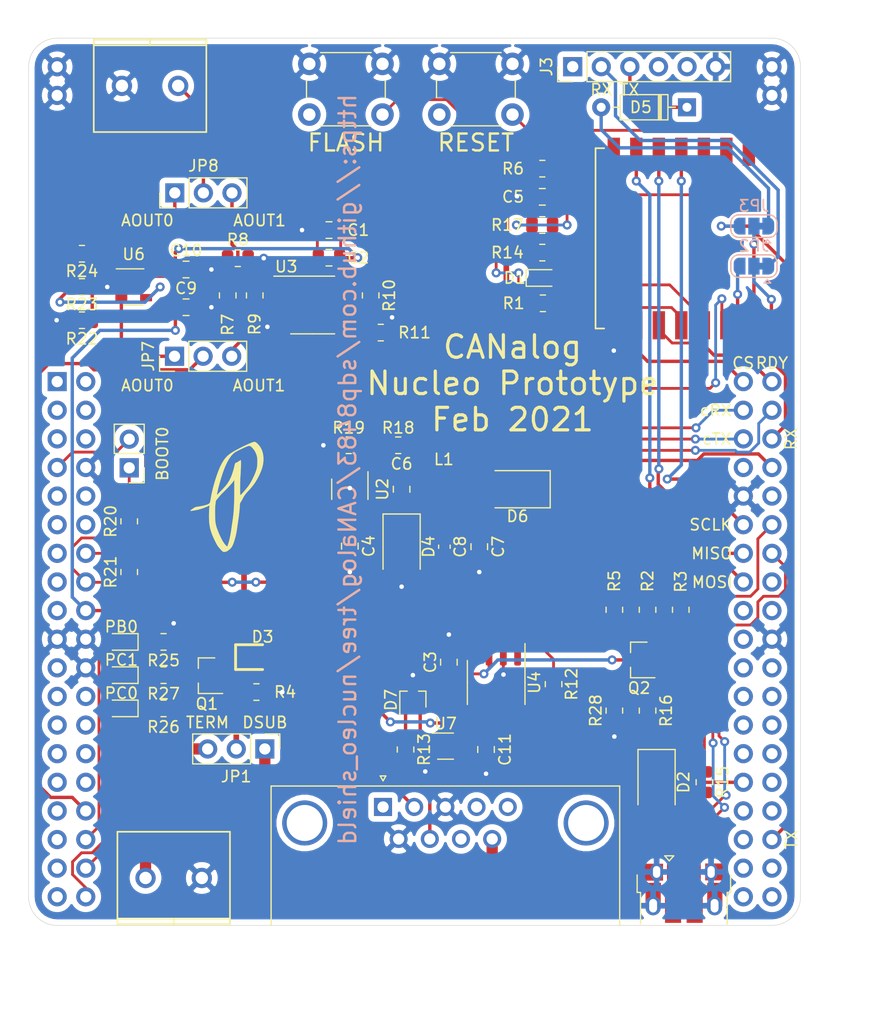
<source format=kicad_pcb>
(kicad_pcb (version 20171130) (host pcbnew 5.1.9)
  (layers (0 F.Cu signal) (31 B.Cu signal) (34 B.Paste user) (35 F.Paste user) (36 B.SilkS user) (37 F.SilkS user) (38 B.Mask user) (39 F.Mask user) (44 Edge.Cuts user))
  (net 0 "")
  (net 1 GND)
  (net 2 +5V)
  (net 3 +3V3)
  (net 4 "Net-(J1-Pad4)")
  (net 5 USB_DP)
  (net 6 USB_DM)
  (net 7 "Net-(J3-Pad1)")
  (net 8 "Net-(J6-Pad8)")
  (net 9 /CANH)
  (net 10 "Net-(J6-Pad5)")
  (net 11 "Net-(J6-Pad4)")
  (net 12 /CANL)
  (net 13 "Net-(J6-Pad1)")
  (net 14 "Net-(JP1-Pad2)")
  (net 15 "Net-(R7-Pad2)")
  (net 16 "Net-(R7-Pad1)")
  (net 17 "Net-(R10-Pad2)")
  (net 18 CAN_RS)
  (net 19 "Net-(R12-Pad1)")
  (net 20 "Net-(U1-Pad76)")
  (net 21 "Net-(U1-Pad75)")
  (net 22 "Net-(U1-Pad74)")
  (net 23 "Net-(U1-Pad73)")
  (net 24 "Net-(U1-Pad71)")
  (net 25 "Net-(U1-Pad70)")
  (net 26 "Net-(U1-Pad69)")
  (net 27 "Net-(U1-Pad68)")
  (net 28 "Net-(U1-Pad66)")
  (net 29 "Net-(U1-Pad65)")
  (net 30 "Net-(U1-Pad64)")
  (net 31 "Net-(U1-Pad63)")
  (net 32 "Net-(U1-Pad62)")
  (net 33 "Net-(U1-Pad61)")
  (net 34 "Net-(U1-Pad60)")
  (net 35 "Net-(U1-Pad59)")
  (net 36 "Net-(U1-Pad57)")
  (net 37 "Net-(U1-Pad56)")
  (net 38 "Net-(U1-Pad55)")
  (net 39 "Net-(U1-Pad54)")
  (net 40 "Net-(U1-Pad48)")
  (net 41 "Net-(U1-Pad45)")
  (net 42 CAN_TX)
  (net 43 CAN_RX)
  (net 44 "Net-(U1-Pad37)")
  (net 45 "Net-(U1-Pad31)")
  (net 46 "Net-(U1-Pad30)")
  (net 47 "Net-(U1-Pad29)")
  (net 48 "Net-(U1-Pad27)")
  (net 49 "Net-(U1-Pad26)")
  (net 50 "Net-(U1-Pad25)")
  (net 51 "Net-(U1-Pad24)")
  (net 52 "Net-(U1-Pad23)")
  (net 53 "Net-(U1-Pad15)")
  (net 54 "Net-(U1-Pad13)")
  (net 55 "Net-(U1-Pad12)")
  (net 56 "Net-(U1-Pad11)")
  (net 57 "Net-(U1-Pad10)")
  (net 58 "Net-(U1-Pad9)")
  (net 59 "Net-(U1-Pad5)")
  (net 60 "Net-(U1-Pad4)")
  (net 61 "Net-(U1-Pad3)")
  (net 62 "Net-(U1-Pad2)")
  (net 63 "Net-(U1-Pad1)")
  (net 64 "Net-(U3-Pad6)")
  (net 65 "Net-(U4-Pad5)")
  (net 66 /Vin)
  (net 67 "Net-(C6-Pad2)")
  (net 68 "Net-(C6-Pad1)")
  (net 69 "Net-(C7-Pad1)")
  (net 70 "Net-(C8-Pad2)")
  (net 71 "Net-(D1-Pad1)")
  (net 72 VBUS)
  (net 73 "Net-(D3-Pad2)")
  (net 74 FTDI_TX)
  (net 75 "Net-(D5-Pad1)")
  (net 76 +5VA)
  (net 77 "Net-(D8-Pad1)")
  (net 78 "Net-(D9-Pad1)")
  (net 79 "Net-(D10-Pad1)")
  (net 80 "Net-(J1-Pad3)")
  (net 81 "Net-(J1-Pad2)")
  (net 82 "Net-(J2-Pad1)")
  (net 83 "Net-(J3-Pad5)")
  (net 84 "Net-(J3-Pad4)")
  (net 85 FTDI_RX)
  (net 86 "Net-(J5-Pad1)")
  (net 87 DSUB_VIN)
  (net 88 ESP_TX)
  (net 89 STM_RX)
  (net 90 ESP_RX)
  (net 91 STM_TX)
  (net 92 "Net-(JP4-Pad2)")
  (net 93 "Net-(JP4-Pad1)")
  (net 94 STM_RDY)
  (net 95 STM_CS)
  (net 96 DAC1)
  (net 97 /DAC)
  (net 98 DAC0)
  (net 99 AOUT1)
  (net 100 AOUT0)
  (net 101 "Net-(Q2-Pad2)")
  (net 102 "Net-(Q2-Pad1)")
  (net 103 GPIO0)
  (net 104 RESET)
  (net 105 "Net-(R13-Pad2)")
  (net 106 GPIO2)
  (net 107 "Net-(R16-Pad2)")
  (net 108 CH_PD)
  (net 109 STM_RESET)
  (net 110 "Net-(R22-Pad1)")
  (net 111 "Net-(R23-Pad2)")
  (net 112 MOSI)
  (net 113 MISO)
  (net 114 SCLK)
  (net 115 "Net-(U1-Pad35)")
  (net 116 "Net-(U1-Pad33)")
  (net 117 "Net-(U1-Pad28)")
  (net 118 CAN_TERM)
  (net 119 "Net-(U1-Pad17)")
  (net 120 "Net-(U1-Pad6)")
  (net 121 "Net-(U5-Pad22)")
  (net 122 "Net-(U5-Pad21)")
  (net 123 "Net-(U5-Pad20)")
  (net 124 "Net-(U5-Pad19)")
  (net 125 "Net-(U5-Pad18)")
  (net 126 "Net-(U5-Pad17)")
  (net 127 "Net-(U5-Pad4)")
  (net 128 "Net-(U5-Pad2)")
  (net 129 "Net-(U1-Pad21)")
  (net 130 /PB0)
  (net 131 PC0)
  (net 132 PC1)
  (module ESP8266:ESP-12E_SMD (layer F.Cu) (at 114.25 31.1 270)
    (fp_text reference U5 hide)
    (fp_text value ESP-12E hide)
    (pad 22 smd rect (at 11.99 15) (size 2.5 1.1) (drill (offset -0.7 0)) (layers F.Cu F.Paste F.Mask) (net 121 "Net-(U5-Pad22)"))
    (pad 21 smd rect (at 9.99 15) (size 2.5 1.1) (drill (offset -0.7 0)) (layers F.Cu F.Paste F.Mask) (net 122 "Net-(U5-Pad21)"))
    (pad 20 smd rect (at 7.99 15) (size 2.5 1.1) (drill (offset -0.7 0)) (layers F.Cu F.Paste F.Mask) (net 123 "Net-(U5-Pad20)"))
    (pad 19 smd rect (at 5.99 15) (size 2.5 1.1) (drill (offset -0.7 0)) (layers F.Cu F.Paste F.Mask) (net 124 "Net-(U5-Pad19)"))
    (pad 18 smd rect (at 3.99 15) (size 2.5 1.1) (drill (offset -0.7 0)) (layers F.Cu F.Paste F.Mask) (net 125 "Net-(U5-Pad18)"))
    (pad 17 smd rect (at 1.99 15) (size 2.5 1.1) (drill (offset -0.7 0)) (layers F.Cu F.Paste F.Mask) (net 126 "Net-(U5-Pad17)"))
    (pad 16 smd rect (at 14 0 270) (size 2.5 1.1) (drill (offset 0.7 0)) (layers F.Cu F.Paste F.Mask) (net 88 ESP_TX))
    (pad 15 smd rect (at 14 2 270) (size 2.5 1.1) (drill (offset 0.7 0)) (layers F.Cu F.Paste F.Mask) (net 90 ESP_RX))
    (pad 14 smd rect (at 14 4 270) (size 2.5 1.1) (drill (offset 0.7 0)) (layers F.Cu F.Paste F.Mask) (net 109 STM_RESET))
    (pad 13 smd rect (at 14 6 270) (size 2.5 1.1) (drill (offset 0.7 0)) (layers F.Cu F.Paste F.Mask) (net 94 STM_RDY))
    (pad 12 smd rect (at 14 8 270) (size 2.5 1.1) (drill (offset 0.7 0)) (layers F.Cu F.Paste F.Mask) (net 103 GPIO0))
    (pad 11 smd rect (at 14 10 270) (size 2.5 1.1) (drill (offset 0.7 0)) (layers F.Cu F.Paste F.Mask) (net 106 GPIO2))
    (pad 10 smd rect (at 14 12 270) (size 2.5 1.1) (drill (offset 0.7 0)) (layers F.Cu F.Paste F.Mask) (net 95 STM_CS))
    (pad 9 smd rect (at 14 14 270) (size 2.5 1.1) (drill (offset 0.7 0)) (layers F.Cu F.Paste F.Mask) (net 1 GND))
    (pad 8 smd rect (at 0 14 270) (size 2.5 1.1) (drill (offset -0.7 0)) (layers F.Cu F.Paste F.Mask) (net 3 +3V3))
    (pad 7 smd rect (at 0 12 270) (size 2.5 1.1) (drill (offset -0.7 0)) (layers F.Cu F.Paste F.Mask) (net 112 MOSI))
    (pad 6 smd rect (at 0 10 270) (size 2.5 1.1) (drill (offset -0.7 0)) (layers F.Cu F.Paste F.Mask) (net 113 MISO))
    (pad 5 smd rect (at 0 8 270) (size 2.5 1.1) (drill (offset -0.7 0)) (layers F.Cu F.Paste F.Mask) (net 114 SCLK))
    (pad 4 smd rect (at 0 6 270) (size 2.5 1.1) (drill (offset -0.7 0)) (layers F.Cu F.Paste F.Mask) (net 127 "Net-(U5-Pad4)"))
    (pad 3 smd rect (at 0 4 270) (size 2.5 1.1) (drill (offset -0.7 0)) (layers F.Cu F.Paste F.Mask) (net 108 CH_PD))
    (pad 2 smd rect (at 0 2 270) (size 2.5 1.1) (drill (offset -0.7 0)) (layers F.Cu F.Paste F.Mask) (net 128 "Net-(U5-Pad2)"))
    (pad 1 smd rect (at 0 0 270) (size 2.5 1.1) (drill (offset -0.7 0)) (layers F.Cu F.Paste F.Mask) (net 104 RESET))
  )
  (module PL_logo:logo_height_10mm (layer F.Cu) (at 65.85 61.05)
    (fp_text reference G*** hide)
    (fp_text value LOGO hide)
  )
  (module pl_Nucleo:nucleo-f302r8 (layer F.Cu) (at 50.8 50.8)
    (fp_text reference U1 hide)
    (fp_text value NUCLEO64-F302R8)
    (pad 1 thru_hole rect (at 0 0) (size 1.7 1.7) (drill 1) (layers *.Cu *.Mask) (net 63 "Net-(U1-Pad1)"))
    (pad 2 thru_hole circle (at 2.54 0) (size 1.7 1.7) (drill 1) (layers *.Cu *.Mask) (net 62 "Net-(U1-Pad2)"))
    (pad 3 thru_hole circle (at 0 2.54) (size 1.7 1.7) (drill 1) (layers *.Cu *.Mask) (net 61 "Net-(U1-Pad3)"))
    (pad 4 thru_hole circle (at 2.54 2.54) (size 1.7 1.7) (drill 1) (layers *.Cu *.Mask) (net 60 "Net-(U1-Pad4)"))
    (pad 5 thru_hole circle (at 0 5.08) (size 1.7 1.7) (drill 1) (layers *.Cu *.Mask) (net 59 "Net-(U1-Pad5)"))
    (pad 6 thru_hole circle (at 2.54 5.08) (size 1.7 1.7) (drill 1) (layers *.Cu *.Mask) (net 120 "Net-(U1-Pad6)"))
    (pad 7 thru_hole circle (at 0 7.62) (size 1.7 1.7) (drill 1) (layers *.Cu *.Mask) (net 92 "Net-(JP4-Pad2)"))
    (pad 8 thru_hole circle (at 2.54 7.62) (size 1.7 1.7) (drill 1) (layers *.Cu *.Mask) (net 1 GND))
    (pad 9 thru_hole circle (at 0 10.16) (size 1.7 1.7) (drill 1) (layers *.Cu *.Mask) (net 58 "Net-(U1-Pad9)"))
    (pad 10 thru_hole circle (at 2.54 10.16) (size 1.7 1.7) (drill 1) (layers *.Cu *.Mask) (net 57 "Net-(U1-Pad10)"))
    (pad 11 thru_hole circle (at 0 12.7) (size 1.7 1.7) (drill 1) (layers *.Cu *.Mask) (net 56 "Net-(U1-Pad11)"))
    (pad 12 thru_hole circle (at 2.54 12.7) (size 1.7 1.7) (drill 1) (layers *.Cu *.Mask) (net 55 "Net-(U1-Pad12)"))
    (pad 13 thru_hole circle (at 0 15.24) (size 1.7 1.7) (drill 1) (layers *.Cu *.Mask) (net 54 "Net-(U1-Pad13)"))
    (pad 14 thru_hole circle (at 2.54 15.24) (size 1.7 1.7) (drill 1) (layers *.Cu *.Mask) (net 109 STM_RESET))
    (pad 15 thru_hole circle (at 0 17.78) (size 1.7 1.7) (drill 1) (layers *.Cu *.Mask) (net 53 "Net-(U1-Pad15)"))
    (pad 16 thru_hole circle (at 2.54 17.78) (size 1.7 1.7) (drill 1) (layers *.Cu *.Mask) (net 3 +3V3))
    (pad 17 thru_hole circle (at 0 20.32) (size 1.7 1.7) (drill 1) (layers *.Cu *.Mask) (net 119 "Net-(U1-Pad17)"))
    (pad 18 thru_hole circle (at 2.54 20.32) (size 1.7 1.7) (drill 1) (layers *.Cu *.Mask) (net 2 +5V))
    (pad 19 thru_hole circle (at 0 22.86) (size 1.7 1.7) (drill 1) (layers *.Cu *.Mask) (net 1 GND))
    (pad 20 thru_hole circle (at 2.54 22.86) (size 1.7 1.7) (drill 1) (layers *.Cu *.Mask) (net 1 GND))
    (pad 21 thru_hole circle (at 0 25.4) (size 1.7 1.7) (drill 1) (layers *.Cu *.Mask) (net 129 "Net-(U1-Pad21)"))
    (pad 22 thru_hole circle (at 2.54 25.4) (size 1.7 1.7) (drill 1) (layers *.Cu *.Mask) (net 1 GND))
    (pad 23 thru_hole circle (at 0 27.94) (size 1.7 1.7) (drill 1) (layers *.Cu *.Mask) (net 52 "Net-(U1-Pad23)"))
    (pad 24 thru_hole circle (at 2.54 27.94) (size 1.7 1.7) (drill 1) (layers *.Cu *.Mask) (net 51 "Net-(U1-Pad24)"))
    (pad 25 thru_hole circle (at 0 30.48) (size 1.7 1.7) (drill 1) (layers *.Cu *.Mask) (net 50 "Net-(U1-Pad25)"))
    (pad 26 thru_hole circle (at 2.54 30.48) (size 1.7 1.7) (drill 1) (layers *.Cu *.Mask) (net 49 "Net-(U1-Pad26)"))
    (pad 27 thru_hole circle (at 0 33.02) (size 1.7 1.7) (drill 1) (layers *.Cu *.Mask) (net 48 "Net-(U1-Pad27)"))
    (pad 28 thru_hole circle (at 2.54 33.02) (size 1.7 1.7) (drill 1) (layers *.Cu *.Mask) (net 117 "Net-(U1-Pad28)"))
    (pad 29 thru_hole circle (at 0 35.56) (size 1.7 1.7) (drill 1) (layers *.Cu *.Mask) (net 47 "Net-(U1-Pad29)"))
    (pad 30 thru_hole circle (at 2.54 35.56) (size 1.7 1.7) (drill 1) (layers *.Cu *.Mask) (net 46 "Net-(U1-Pad30)"))
    (pad 31 thru_hole circle (at 0 38.1) (size 1.7 1.7) (drill 1) (layers *.Cu *.Mask) (net 45 "Net-(U1-Pad31)"))
    (pad 32 thru_hole circle (at 2.54 38.1) (size 1.7 1.7) (drill 1) (layers *.Cu *.Mask) (net 97 /DAC))
    (pad 33 thru_hole circle (at 0 40.64) (size 1.7 1.7) (drill 1) (layers *.Cu *.Mask) (net 116 "Net-(U1-Pad33)"))
    (pad 34 thru_hole circle (at 2.54 40.64) (size 1.7 1.7) (drill 1) (layers *.Cu *.Mask) (net 130 /PB0))
    (pad 35 thru_hole circle (at 0 43.18) (size 1.7 1.7) (drill 1) (layers *.Cu *.Mask) (net 115 "Net-(U1-Pad35)"))
    (pad 36 thru_hole circle (at 2.54 43.18) (size 1.7 1.7) (drill 1) (layers *.Cu *.Mask) (net 132 PC1))
    (pad 37 thru_hole circle (at 0 45.72) (size 1.7 1.7) (drill 1) (layers *.Cu *.Mask) (net 44 "Net-(U1-Pad37)"))
    (pad 38 thru_hole circle (at 2.54 45.72) (size 1.7 1.7) (drill 1) (layers *.Cu *.Mask) (net 131 PC0))
    (pad 39 thru_hole circle (at 60.96 0) (size 1.7 1.7) (drill 1) (layers *.Cu *.Mask) (net 95 STM_CS))
    (pad 40 thru_hole circle (at 63.5 0) (size 1.7 1.7) (drill 1) (layers *.Cu *.Mask) (net 94 STM_RDY))
    (pad 41 thru_hole circle (at 60.96 2.54) (size 1.7 1.7) (drill 1) (layers *.Cu *.Mask) (net 43 CAN_RX))
    (pad 42 thru_hole circle (at 63.5 2.54) (size 1.7 1.7) (drill 1) (layers *.Cu *.Mask) (net 18 CAN_RS))
    (pad 43 thru_hole circle (at 60.96 5.08) (size 1.7 1.7) (drill 1) (layers *.Cu *.Mask) (net 42 CAN_TX))
    (pad 44 thru_hole circle (at 63.5 5.08) (size 1.7 1.7) (drill 1) (layers *.Cu *.Mask) (net 89 STM_RX))
    (pad 45 thru_hole circle (at 60.96 7.62) (size 1.7 1.7) (drill 1) (layers *.Cu *.Mask) (net 41 "Net-(U1-Pad45)"))
    (pad 46 thru_hole circle (at 63.5 7.62) (size 1.7 1.7) (drill 1) (layers *.Cu *.Mask) (net 76 +5VA))
    (pad 47 thru_hole circle (at 60.96 10.16) (size 1.7 1.7) (drill 1) (layers *.Cu *.Mask) (net 1 GND))
    (pad 48 thru_hole circle (at 63.5 10.16) (size 1.7 1.7) (drill 1) (layers *.Cu *.Mask) (net 40 "Net-(U1-Pad48)"))
    (pad 49 thru_hole circle (at 60.96 12.7) (size 1.7 1.7) (drill 1) (layers *.Cu *.Mask) (net 114 SCLK))
    (pad 50 thru_hole circle (at 63.5 12.7) (size 1.7 1.7) (drill 1) (layers *.Cu *.Mask) (net 5 USB_DP))
    (pad 51 thru_hole circle (at 60.96 15.24) (size 1.7 1.7) (drill 1) (layers *.Cu *.Mask) (net 113 MISO))
    (pad 52 thru_hole circle (at 63.5 15.24) (size 1.7 1.7) (drill 1) (layers *.Cu *.Mask) (net 6 USB_DM))
    (pad 53 thru_hole circle (at 60.96 17.78) (size 1.7 1.7) (drill 1) (layers *.Cu *.Mask) (net 112 MOSI))
    (pad 54 thru_hole circle (at 63.5 17.78) (size 1.7 1.7) (drill 1) (layers *.Cu *.Mask) (net 39 "Net-(U1-Pad54)"))
    (pad 55 thru_hole circle (at 60.96 20.32) (size 1.7 1.7) (drill 1) (layers *.Cu *.Mask) (net 38 "Net-(U1-Pad55)"))
    (pad 56 thru_hole circle (at 63.5 20.32) (size 1.7 1.7) (drill 1) (layers *.Cu *.Mask) (net 37 "Net-(U1-Pad56)"))
    (pad 57 thru_hole circle (at 60.96 22.86) (size 1.7 1.7) (drill 1) (layers *.Cu *.Mask) (net 36 "Net-(U1-Pad57)"))
    (pad 58 thru_hole circle (at 63.5 22.86) (size 1.7 1.7) (drill 1) (layers *.Cu *.Mask) (net 1 GND))
    (pad 59 thru_hole circle (at 60.96 25.4) (size 1.7 1.7) (drill 1) (layers *.Cu *.Mask) (net 35 "Net-(U1-Pad59)"))
    (pad 60 thru_hole circle (at 63.5 25.4) (size 1.7 1.7) (drill 1) (layers *.Cu *.Mask) (net 34 "Net-(U1-Pad60)"))
    (pad 61 thru_hole circle (at 60.96 27.94) (size 1.7 1.7) (drill 1) (layers *.Cu *.Mask) (net 33 "Net-(U1-Pad61)"))
    (pad 62 thru_hole circle (at 63.5 27.94) (size 1.7 1.7) (drill 1) (layers *.Cu *.Mask) (net 32 "Net-(U1-Pad62)"))
    (pad 63 thru_hole circle (at 60.96 30.48) (size 1.7 1.7) (drill 1) (layers *.Cu *.Mask) (net 31 "Net-(U1-Pad63)"))
    (pad 64 thru_hole circle (at 63.5 30.48) (size 1.7 1.7) (drill 1) (layers *.Cu *.Mask) (net 30 "Net-(U1-Pad64)"))
    (pad 65 thru_hole circle (at 60.96 33.02) (size 1.7 1.7) (drill 1) (layers *.Cu *.Mask) (net 29 "Net-(U1-Pad65)"))
    (pad 66 thru_hole circle (at 63.5 33.02) (size 1.7 1.7) (drill 1) (layers *.Cu *.Mask) (net 28 "Net-(U1-Pad66)"))
    (pad 67 thru_hole circle (at 60.96 35.56) (size 1.7 1.7) (drill 1) (layers *.Cu *.Mask) (net 118 CAN_TERM))
    (pad 68 thru_hole circle (at 63.5 35.56) (size 1.7 1.7) (drill 1) (layers *.Cu *.Mask) (net 27 "Net-(U1-Pad68)"))
    (pad 69 thru_hole circle (at 60.96 38.1) (size 1.7 1.7) (drill 1) (layers *.Cu *.Mask) (net 26 "Net-(U1-Pad69)"))
    (pad 70 thru_hole circle (at 63.5 38.1) (size 1.7 1.7) (drill 1) (layers *.Cu *.Mask) (net 25 "Net-(U1-Pad70)"))
    (pad 71 thru_hole circle (at 60.96 40.64) (size 1.7 1.7) (drill 1) (layers *.Cu *.Mask) (net 24 "Net-(U1-Pad71)"))
    (pad 72 thru_hole circle (at 63.5 40.64) (size 1.7 1.7) (drill 1) (layers *.Cu *.Mask) (net 91 STM_TX))
    (pad 73 thru_hole circle (at 60.96 43.18) (size 1.7 1.7) (drill 1) (layers *.Cu *.Mask) (net 23 "Net-(U1-Pad73)"))
    (pad 74 thru_hole circle (at 63.5 43.18) (size 1.7 1.7) (drill 1) (layers *.Cu *.Mask) (net 22 "Net-(U1-Pad74)"))
    (pad 75 thru_hole circle (at 60.96 45.72) (size 1.7 1.7) (drill 1) (layers *.Cu *.Mask) (net 21 "Net-(U1-Pad75)"))
    (pad 76 thru_hole circle (at 63.5 45.72) (size 1.7 1.7) (drill 1) (layers *.Cu *.Mask) (net 20 "Net-(U1-Pad76)"))
    (pad 77 thru_hole circle (at 0 -27.94) (size 1.7 1.7) (drill 1) (layers *.Cu *.Mask) (net 1 GND))
    (pad 78 thru_hole circle (at 0 -25.4) (size 1.7 1.7) (drill 1) (layers *.Cu *.Mask) (net 1 GND))
    (pad 79 thru_hole circle (at 63.5 -27.94) (size 1.7 1.7) (drill 1) (layers *.Cu *.Mask) (net 1 GND))
    (pad 80 thru_hole circle (at 63.5 -25.4) (size 1.7 1.7) (drill 1) (layers *.Cu *.Mask) (net 1 GND))
  )
  (module Package_TO_SOT_SMD:SOT-353_SC-70-5 (layer F.Cu) (at 85.3 83.15)
    (fp_text reference U7 (at 0 -2) (layer F.SilkS))
    (fp_text value 74AHC1G66)
    (pad 5 smd rect (at 0.95 -0.65) (size 0.65 0.4) (layers F.Cu F.Paste F.Mask) (net 2 +5V))
    (pad 4 smd rect (at 0.95 0.65) (size 0.65 0.4) (layers F.Cu F.Paste F.Mask) (net 118 CAN_TERM))
    (pad 2 smd rect (at -0.95 0) (size 0.65 0.4) (layers F.Cu F.Paste F.Mask) (net 105 "Net-(R13-Pad2)"))
    (pad 3 smd rect (at -0.95 0.65) (size 0.65 0.4) (layers F.Cu F.Paste F.Mask) (net 1 GND))
    (pad 1 smd rect (at -0.95 -0.65) (size 0.65 0.4) (layers F.Cu F.Paste F.Mask) (net 9 /CANH))
  )
  (module Package_TO_SOT_SMD:SOT-23-5 (layer F.Cu) (at 57.6 42.4)
    (fp_text reference U6 (at 0 -2.9) (layer F.SilkS))
    (fp_text value OPA330xxDBV)
    (pad 5 smd rect (at 1.1 -0.95) (size 1.06 0.65) (layers F.Cu F.Paste F.Mask) (net 2 +5V))
    (pad 4 smd rect (at 1.1 0.95) (size 1.06 0.65) (layers F.Cu F.Paste F.Mask) (net 111 "Net-(R23-Pad2)"))
    (pad 3 smd rect (at -1.1 0.95) (size 1.06 0.65) (layers F.Cu F.Paste F.Mask) (net 98 DAC0))
    (pad 2 smd rect (at -1.1 0) (size 1.06 0.65) (layers F.Cu F.Paste F.Mask) (net 1 GND))
    (pad 1 smd rect (at -1.1 -0.95) (size 1.06 0.65) (layers F.Cu F.Paste F.Mask) (net 100 AOUT0))
  )
  (module Package_TO_SOT_SMD:SOT-23-6 (layer F.Cu) (at 76.8 60.35 270)
    (fp_text reference U2 (at 0 -2.9 90) (layer F.SilkS))
    (fp_text value BL9342)
    (pad 5 smd rect (at 1.1 0 270) (size 1.06 0.65) (layers F.Cu F.Paste F.Mask) (net 66 /Vin))
    (pad 6 smd rect (at 1.1 -0.95 270) (size 1.06 0.65) (layers F.Cu F.Paste F.Mask) (net 68 "Net-(C6-Pad1)"))
    (pad 4 smd rect (at 1.1 0.95 270) (size 1.06 0.65) (layers F.Cu F.Paste F.Mask) (net 66 /Vin))
    (pad 3 smd rect (at -1.1 0.95 270) (size 1.06 0.65) (layers F.Cu F.Paste F.Mask) (net 70 "Net-(C8-Pad2)"))
    (pad 2 smd rect (at -1.1 0 270) (size 1.06 0.65) (layers F.Cu F.Paste F.Mask) (net 1 GND))
    (pad 1 smd rect (at -1.1 -0.95 270) (size 1.06 0.65) (layers F.Cu F.Paste F.Mask) (net 67 "Net-(C6-Pad2)"))
  )
  (module Button_Switch_THT:SW_PUSH_6mm (layer F.Cu) (at 84.75 22.6)
    (fp_text reference SW2 hide)
    (fp_text value SW_Push)
    (pad 2 thru_hole circle (at 0 4.5 90) (size 2 2) (drill 1.1) (layers *.Cu *.Mask))
    (pad 1 thru_hole circle (at 0 0 90) (size 2 2) (drill 1.1) (layers *.Cu *.Mask) (net 1 GND))
    (pad 2 thru_hole circle (at 6.5 4.5 90) (size 2 2) (drill 1.1) (layers *.Cu *.Mask) (net 104 RESET))
    (pad 1 thru_hole circle (at 6.5 0 90) (size 2 2) (drill 1.1) (layers *.Cu *.Mask) (net 1 GND))
  )
  (module Button_Switch_THT:SW_PUSH_6mm (layer F.Cu) (at 73.2 22.6)
    (fp_text reference SW1 hide)
    (fp_text value SW_Push)
    (pad 2 thru_hole circle (at 0 4.5 90) (size 2 2) (drill 1.1) (layers *.Cu *.Mask))
    (pad 1 thru_hole circle (at 0 0 90) (size 2 2) (drill 1.1) (layers *.Cu *.Mask) (net 1 GND))
    (pad 2 thru_hole circle (at 6.5 4.5 90) (size 2 2) (drill 1.1) (layers *.Cu *.Mask) (net 103 GPIO0))
    (pad 1 thru_hole circle (at 6.5 0 90) (size 2 2) (drill 1.1) (layers *.Cu *.Mask) (net 1 GND))
  )
  (module Resistor_SMD:R_0805_2012Metric (layer F.Cu) (at 100.3 80 270)
    (fp_text reference R28 (at 0 1.65 90) (layer F.SilkS))
    (fp_text value 20k)
    (pad 2 smd roundrect (at 0.9125 0 270) (size 1.025 1.4) (layers F.Cu F.Paste F.Mask) (roundrect_rratio 0.243902) (net 1 GND))
    (pad 1 smd roundrect (at -0.9125 0 270) (size 1.025 1.4) (layers F.Cu F.Paste F.Mask) (roundrect_rratio 0.243902) (net 107 "Net-(R16-Pad2)"))
  )
  (module Resistor_SMD:R_0805_2012Metric (layer F.Cu) (at 60.25 76.85 180)
    (fp_text reference R27 (at 0 -1.65) (layer F.SilkS))
    (fp_text value 1k)
    (pad 2 smd roundrect (at 0.9125 0 180) (size 1.025 1.4) (layers F.Cu F.Paste F.Mask) (roundrect_rratio 0.243902) (net 79 "Net-(D10-Pad1)"))
    (pad 1 smd roundrect (at -0.9125 0 180) (size 1.025 1.4) (layers F.Cu F.Paste F.Mask) (roundrect_rratio 0.243902) (net 1 GND))
  )
  (module Resistor_SMD:R_0805_2012Metric (layer F.Cu) (at 60.25 79.8 180)
    (fp_text reference R26 (at 0 -1.65) (layer F.SilkS))
    (fp_text value 1k)
    (pad 2 smd roundrect (at 0.9125 0 180) (size 1.025 1.4) (layers F.Cu F.Paste F.Mask) (roundrect_rratio 0.243902) (net 78 "Net-(D9-Pad1)"))
    (pad 1 smd roundrect (at -0.9125 0 180) (size 1.025 1.4) (layers F.Cu F.Paste F.Mask) (roundrect_rratio 0.243902) (net 1 GND))
  )
  (module Resistor_SMD:R_0805_2012Metric (layer F.Cu) (at 60.25 73.9 180)
    (fp_text reference R25 (at 0 -1.65) (layer F.SilkS))
    (fp_text value 1k)
    (pad 2 smd roundrect (at 0.9125 0 180) (size 1.025 1.4) (layers F.Cu F.Paste F.Mask) (roundrect_rratio 0.243902) (net 77 "Net-(D8-Pad1)"))
    (pad 1 smd roundrect (at -0.9125 0 180) (size 1.025 1.4) (layers F.Cu F.Paste F.Mask) (roundrect_rratio 0.243902) (net 1 GND))
  )
  (module Resistor_SMD:R_0805_2012Metric (layer F.Cu) (at 53 39.45 180)
    (fp_text reference R24 (at 0 -1.55) (layer F.SilkS))
    (fp_text value 68k)
    (pad 2 smd roundrect (at 0.9125 0 180) (size 1.025 1.4) (layers F.Cu F.Paste F.Mask) (roundrect_rratio 0.243902) (net 111 "Net-(R23-Pad2)"))
    (pad 1 smd roundrect (at -0.9125 0 180) (size 1.025 1.4) (layers F.Cu F.Paste F.Mask) (roundrect_rratio 0.243902) (net 100 AOUT0))
  )
  (module Resistor_SMD:R_0805_2012Metric (layer F.Cu) (at 53 42.4 180)
    (fp_text reference R23 (at 0 -1.55) (layer F.SilkS))
    (fp_text value 120k)
    (pad 2 smd roundrect (at 0.9125 0 180) (size 1.025 1.4) (layers F.Cu F.Paste F.Mask) (roundrect_rratio 0.243902) (net 111 "Net-(R23-Pad2)"))
    (pad 1 smd roundrect (at -0.9125 0 180) (size 1.025 1.4) (layers F.Cu F.Paste F.Mask) (roundrect_rratio 0.243902) (net 110 "Net-(R22-Pad1)"))
  )
  (module Resistor_SMD:R_0805_2012Metric (layer F.Cu) (at 53 45.35 180)
    (fp_text reference R22 (at 0 -1.65) (layer F.SilkS))
    (fp_text value 12k)
    (pad 2 smd roundrect (at 0.9125 0 180) (size 1.025 1.4) (layers F.Cu F.Paste F.Mask) (roundrect_rratio 0.243902) (net 1 GND))
    (pad 1 smd roundrect (at -0.9125 0 180) (size 1.025 1.4) (layers F.Cu F.Paste F.Mask) (roundrect_rratio 0.243902) (net 110 "Net-(R22-Pad1)"))
  )
  (module Resistor_SMD:R_0805_2012Metric (layer F.Cu) (at 57.2 67.7 90)
    (fp_text reference R21 (at 0 -1.65 90) (layer F.SilkS))
    (fp_text value 10k)
    (pad 2 smd roundrect (at 0.9125 0 90) (size 1.025 1.4) (layers F.Cu F.Paste F.Mask) (roundrect_rratio 0.243902) (net 109 STM_RESET))
    (pad 1 smd roundrect (at -0.9125 0 90) (size 1.025 1.4) (layers F.Cu F.Paste F.Mask) (roundrect_rratio 0.243902) (net 3 +3V3))
  )
  (module Resistor_SMD:R_0805_2012Metric (layer F.Cu) (at 57.2 63.2 90)
    (fp_text reference R20 (at 0 -1.65 90) (layer F.SilkS))
    (fp_text value 1k)
    (pad 2 smd roundrect (at 0.9125 0 90) (size 1.025 1.4) (layers F.Cu F.Paste F.Mask) (roundrect_rratio 0.243902) (net 93 "Net-(JP4-Pad1)"))
    (pad 1 smd roundrect (at -0.9125 0 90) (size 1.025 1.4) (layers F.Cu F.Paste F.Mask) (roundrect_rratio 0.243902) (net 3 +3V3))
  )
  (module Resistor_SMD:R_0805_2012Metric (layer F.Cu) (at 76.7 56.45 180)
    (fp_text reference R19 (at 0 1.55) (layer F.SilkS))
    (fp_text value 23.7k)
    (pad 2 smd roundrect (at 0.9125 0 180) (size 1.025 1.4) (layers F.Cu F.Paste F.Mask) (roundrect_rratio 0.243902) (net 1 GND))
    (pad 1 smd roundrect (at -0.9125 0 180) (size 1.025 1.4) (layers F.Cu F.Paste F.Mask) (roundrect_rratio 0.243902) (net 70 "Net-(C8-Pad2)"))
  )
  (module Resistor_SMD:R_0805_2012Metric (layer F.Cu) (at 81.1 56.45 180)
    (fp_text reference R18 (at 0 1.55) (layer F.SilkS))
    (fp_text value 124k)
    (pad 2 smd roundrect (at 0.9125 0 180) (size 1.025 1.4) (layers F.Cu F.Paste F.Mask) (roundrect_rratio 0.243902) (net 70 "Net-(C8-Pad2)"))
    (pad 1 smd roundrect (at -0.9125 0 180) (size 1.025 1.4) (layers F.Cu F.Paste F.Mask) (roundrect_rratio 0.243902) (net 69 "Net-(C7-Pad1)"))
  )
  (module Resistor_SMD:R_0805_2012Metric (layer F.Cu) (at 93.9 36.9 180)
    (fp_text reference R17 (at 3.1 0) (layer F.SilkS))
    (fp_text value 10k)
    (pad 2 smd roundrect (at 0.9125 0 180) (size 1.025 1.4) (layers F.Cu F.Paste F.Mask) (roundrect_rratio 0.243902) (net 108 CH_PD))
    (pad 1 smd roundrect (at -0.9125 0 180) (size 1.025 1.4) (layers F.Cu F.Paste F.Mask) (roundrect_rratio 0.243902) (net 3 +3V3))
  )
  (module Resistor_SMD:R_0805_2012Metric (layer F.Cu) (at 103.25 80 90)
    (fp_text reference R16 (at 0 1.65 90) (layer F.SilkS))
    (fp_text value 20k)
    (pad 2 smd roundrect (at 0.9125 0 90) (size 1.025 1.4) (layers F.Cu F.Paste F.Mask) (roundrect_rratio 0.243902) (net 107 "Net-(R16-Pad2)"))
    (pad 1 smd roundrect (at -0.9125 0 90) (size 1.025 1.4) (layers F.Cu F.Paste F.Mask) (roundrect_rratio 0.243902) (net 102 "Net-(Q2-Pad1)"))
  )
  (module Resistor_SMD:R_0805_2012Metric (layer F.Cu) (at 108.3 86.35 90)
    (fp_text reference R15 (at 0 1.6 90) (layer F.SilkS))
    (fp_text value 10k)
    (pad 2 smd roundrect (at 0.9125 0 90) (size 1.025 1.4) (layers F.Cu F.Paste F.Mask) (roundrect_rratio 0.243902) (net 102 "Net-(Q2-Pad1)"))
    (pad 1 smd roundrect (at -0.9125 0 90) (size 1.025 1.4) (layers F.Cu F.Paste F.Mask) (roundrect_rratio 0.243902) (net 72 VBUS))
  )
  (module Resistor_SMD:R_0805_2012Metric (layer F.Cu) (at 93.9 39.35 180)
    (fp_text reference R14 (at 3.1 0) (layer F.SilkS))
    (fp_text value 10k)
    (pad 2 smd roundrect (at 0.9125 0 180) (size 1.025 1.4) (layers F.Cu F.Paste F.Mask) (roundrect_rratio 0.243902) (net 106 GPIO2))
    (pad 1 smd roundrect (at -0.9125 0 180) (size 1.025 1.4) (layers F.Cu F.Paste F.Mask) (roundrect_rratio 0.243902) (net 3 +3V3))
  )
  (module Resistor_SMD:R_0805_2012Metric (layer F.Cu) (at 81.75 83.45 270)
    (fp_text reference R13 (at 0 -1.65 90) (layer F.SilkS))
    (fp_text value 120)
    (pad 2 smd roundrect (at 0.9125 0 270) (size 1.025 1.4) (layers F.Cu F.Paste F.Mask) (roundrect_rratio 0.243902) (net 105 "Net-(R13-Pad2)"))
    (pad 1 smd roundrect (at -0.9125 0 270) (size 1.025 1.4) (layers F.Cu F.Paste F.Mask) (roundrect_rratio 0.243902) (net 12 /CANL))
  )
  (module Resistor_SMD:R_0805_2012Metric (layer F.Cu) (at 94.9 77.65 90)
    (fp_text reference R12 (at 0 1.6 90) (layer F.SilkS))
    (fp_text value R)
    (pad 2 smd roundrect (at 0.9125 0 90) (size 1.025 1.4) (layers F.Cu F.Paste F.Mask) (roundrect_rratio 0.243902) (net 18 CAN_RS))
    (pad 1 smd roundrect (at -0.9125 0 90) (size 1.025 1.4) (layers F.Cu F.Paste F.Mask) (roundrect_rratio 0.243902) (net 19 "Net-(R12-Pad1)"))
  )
  (module Resistor_SMD:R_0805_2012Metric (layer F.Cu) (at 79.55 46.45)
    (fp_text reference R11 (at 3 0) (layer F.SilkS))
    (fp_text value 20k)
    (pad 2 smd roundrect (at 0.9125 0) (size 1.025 1.4) (layers F.Cu F.Paste F.Mask) (roundrect_rratio 0.243902) (net 1 GND))
    (pad 1 smd roundrect (at -0.9125 0) (size 1.025 1.4) (layers F.Cu F.Paste F.Mask) (roundrect_rratio 0.243902) (net 17 "Net-(R10-Pad2)"))
  )
  (module Resistor_SMD:R_0805_2012Metric (layer F.Cu) (at 78.65 43.15 270)
    (fp_text reference R10 (at 0 -1.65 90) (layer F.SilkS))
    (fp_text value 20k)
    (pad 2 smd roundrect (at 0.9125 0 270) (size 1.025 1.4) (layers F.Cu F.Paste F.Mask) (roundrect_rratio 0.243902) (net 17 "Net-(R10-Pad2)"))
    (pad 1 smd roundrect (at -0.9125 0 270) (size 1.025 1.4) (layers F.Cu F.Paste F.Mask) (roundrect_rratio 0.243902) (net 2 +5V))
  )
  (module Resistor_SMD:R_0805_2012Metric (layer F.Cu) (at 68.35 43.15 270)
    (fp_text reference R9 (at 2.55 0 90) (layer F.SilkS))
    (fp_text value 68k)
    (pad 2 smd roundrect (at 0.9125 0 270) (size 1.025 1.4) (layers F.Cu F.Paste F.Mask) (roundrect_rratio 0.243902) (net 15 "Net-(R7-Pad2)"))
    (pad 1 smd roundrect (at -0.9125 0 270) (size 1.025 1.4) (layers F.Cu F.Paste F.Mask) (roundrect_rratio 0.243902) (net 99 AOUT1))
  )
  (module Resistor_SMD:R_0805_2012Metric (layer F.Cu) (at 66.85 39.85)
    (fp_text reference R8 (at 0 -1.65) (layer F.SilkS))
    (fp_text value 12k)
    (pad 2 smd roundrect (at 0.9125 0) (size 1.025 1.4) (layers F.Cu F.Paste F.Mask) (roundrect_rratio 0.243902) (net 1 GND))
    (pad 1 smd roundrect (at -0.9125 0) (size 1.025 1.4) (layers F.Cu F.Paste F.Mask) (roundrect_rratio 0.243902) (net 16 "Net-(R7-Pad1)"))
  )
  (module Resistor_SMD:R_0805_2012Metric (layer F.Cu) (at 65.95 43.15 270)
    (fp_text reference R7 (at 2.6 0 90) (layer F.SilkS))
    (fp_text value 120k)
    (pad 2 smd roundrect (at 0.9125 0 270) (size 1.025 1.4) (layers F.Cu F.Paste F.Mask) (roundrect_rratio 0.243902) (net 15 "Net-(R7-Pad2)"))
    (pad 1 smd roundrect (at -0.9125 0 270) (size 1.025 1.4) (layers F.Cu F.Paste F.Mask) (roundrect_rratio 0.243902) (net 16 "Net-(R7-Pad1)"))
  )
  (module Resistor_SMD:R_0805_2012Metric (layer F.Cu) (at 93.9 31.9 180)
    (fp_text reference R6 (at 2.6 0) (layer F.SilkS))
    (fp_text value 10k)
    (pad 2 smd roundrect (at 0.9125 0 180) (size 1.025 1.4) (layers F.Cu F.Paste F.Mask) (roundrect_rratio 0.243902) (net 104 RESET))
    (pad 1 smd roundrect (at -0.9125 0 180) (size 1.025 1.4) (layers F.Cu F.Paste F.Mask) (roundrect_rratio 0.243902) (net 3 +3V3))
  )
  (module Resistor_SMD:R_0805_2012Metric (layer F.Cu) (at 100.3 71.05 90)
    (fp_text reference R5 (at 2.55 0 90) (layer F.SilkS))
    (fp_text value 1.5k)
    (pad 2 smd roundrect (at 0.9125 0 90) (size 1.025 1.4) (layers F.Cu F.Paste F.Mask) (roundrect_rratio 0.243902) (net 5 USB_DP))
    (pad 1 smd roundrect (at -0.9125 0 90) (size 1.025 1.4) (layers F.Cu F.Paste F.Mask) (roundrect_rratio 0.243902) (net 101 "Net-(Q2-Pad2)"))
  )
  (module Resistor_SMD:R_0805_2012Metric (layer F.Cu) (at 68.5 78.35)
    (fp_text reference R4 (at 2.55 0) (layer F.SilkS))
    (fp_text value 10k)
    (pad 2 smd roundrect (at 0.9125 0) (size 1.025 1.4) (layers F.Cu F.Paste F.Mask) (roundrect_rratio 0.243902) (net 1 GND))
    (pad 1 smd roundrect (at -0.9125 0) (size 1.025 1.4) (layers F.Cu F.Paste F.Mask) (roundrect_rratio 0.243902) (net 73 "Net-(D3-Pad2)"))
  )
  (module Resistor_SMD:R_0805_2012Metric (layer F.Cu) (at 106.2 71.05 270)
    (fp_text reference R3 (at -2.5 0 90) (layer F.SilkS))
    (fp_text value 0)
    (pad 2 smd roundrect (at 0.9125 0 270) (size 1.025 1.4) (layers F.Cu F.Paste F.Mask) (roundrect_rratio 0.243902) (net 81 "Net-(J1-Pad2)"))
    (pad 1 smd roundrect (at -0.9125 0 270) (size 1.025 1.4) (layers F.Cu F.Paste F.Mask) (roundrect_rratio 0.243902) (net 6 USB_DM))
  )
  (module Resistor_SMD:R_0805_2012Metric (layer F.Cu) (at 103.25 71.05 270)
    (fp_text reference R2 (at -2.55 0 90) (layer F.SilkS))
    (fp_text value 0)
    (pad 2 smd roundrect (at 0.9125 0 270) (size 1.025 1.4) (layers F.Cu F.Paste F.Mask) (roundrect_rratio 0.243902) (net 80 "Net-(J1-Pad3)"))
    (pad 1 smd roundrect (at -0.9125 0 270) (size 1.025 1.4) (layers F.Cu F.Paste F.Mask) (roundrect_rratio 0.243902) (net 5 USB_DP))
  )
  (module Resistor_SMD:R_0805_2012Metric (layer F.Cu) (at 93.95 43.85 180)
    (fp_text reference R1 (at 2.6 0) (layer F.SilkS))
    (fp_text value 1k)
    (pad 2 smd roundrect (at 0.9125 0 180) (size 1.025 1.4) (layers F.Cu F.Paste F.Mask) (roundrect_rratio 0.243902) (net 103 GPIO0))
    (pad 1 smd roundrect (at -0.9125 0 180) (size 1.025 1.4) (layers F.Cu F.Paste F.Mask) (roundrect_rratio 0.243902) (net 71 "Net-(D1-Pad1)"))
  )
  (module Package_TO_SOT_SMD:SOT-23 (layer F.Cu) (at 102.5 75.5 180)
    (fp_text reference Q2 (at 0 -2.5) (layer F.SilkS))
    (fp_text value MMBT2222A)
    (pad 3 smd rect (at 1 0 180) (size 0.9 0.8) (layers F.Cu F.Paste F.Mask) (net 3 +3V3))
    (pad 2 smd rect (at -1 0.95 180) (size 0.9 0.8) (layers F.Cu F.Paste F.Mask) (net 101 "Net-(Q2-Pad2)"))
    (pad 1 smd rect (at -1 -0.95 180) (size 0.9 0.8) (layers F.Cu F.Paste F.Mask) (net 102 "Net-(Q2-Pad1)"))
  )
  (module Package_TO_SOT_SMD:SOT-23 (layer F.Cu) (at 64.1 76.9 180)
    (fp_text reference Q1 (at 0 -2.5) (layer F.SilkS))
    (fp_text value DMP3099L-7)
    (pad 3 smd rect (at 1 0 180) (size 0.9 0.8) (layers F.Cu F.Paste F.Mask) (net 14 "Net-(JP1-Pad2)"))
    (pad 2 smd rect (at -1 0.95 180) (size 0.9 0.8) (layers F.Cu F.Paste F.Mask) (net 66 /Vin))
    (pad 1 smd rect (at -1 -0.95 180) (size 0.9 0.8) (layers F.Cu F.Paste F.Mask) (net 73 "Net-(D3-Pad2)"))
  )
  (module pl_Inductor:L_3.5mmx3.0mm_SMD (layer F.Cu) (at 85.15 60.35 90)
    (fp_text reference L1 (at 2.65 0) (layer F.SilkS))
    (fp_text value 2.2uH)
    (pad 2 smd rect (at 0 1 90) (size 3 1.1) (layers F.Cu F.Paste F.Mask) (net 69 "Net-(C7-Pad1)"))
    (pad 1 smd rect (at 0 -1.1 90) (size 3 1.3) (layers F.Cu F.Paste F.Mask) (net 68 "Net-(C6-Pad1)"))
  )
  (module Connector_PinHeader_2.54mm:PinHeader_1x03_P2.54mm_Vertical (layer F.Cu) (at 61.25 34.05 90)
    (fp_text reference JP8 (at 2.4 2.55 180) (layer F.SilkS))
    (fp_text value Jumper_3_Open)
    (pad 3 thru_hole oval (at 0 5.08 90) (size 1.7 1.7) (drill 1) (layers *.Cu *.Mask) (net 99 AOUT1))
    (pad 2 thru_hole oval (at 0 2.54 90) (size 1.7 1.7) (drill 1) (layers *.Cu *.Mask) (net 86 "Net-(J5-Pad1)"))
    (pad 1 thru_hole rect (at 0 0 90) (size 1.7 1.7) (drill 1) (layers *.Cu *.Mask) (net 100 AOUT0))
  )
  (module Connector_PinHeader_2.54mm:PinHeader_1x03_P2.54mm_Vertical (layer F.Cu) (at 61.225 48.55 90)
    (fp_text reference JP7 (at 0 -2.33 90) (layer F.SilkS))
    (fp_text value Jumper_3_Open)
    (pad 3 thru_hole oval (at 0 5.08 90) (size 1.7 1.7) (drill 1) (layers *.Cu *.Mask) (net 96 DAC1))
    (pad 2 thru_hole oval (at 0 2.54 90) (size 1.7 1.7) (drill 1) (layers *.Cu *.Mask) (net 97 /DAC))
    (pad 1 thru_hole rect (at 0 0 90) (size 1.7 1.7) (drill 1) (layers *.Cu *.Mask) (net 98 DAC0))
  )
  (module Connector_PinHeader_2.54mm:PinHeader_1x02_P2.54mm_Vertical (layer F.Cu) (at 57.2 58.45 180)
    (fp_text reference JP4 hide)
    (fp_text value BOOT0)
    (pad 2 thru_hole oval (at 0 2.54 180) (size 1.7 1.7) (drill 1) (layers *.Cu *.Mask) (net 92 "Net-(JP4-Pad2)"))
    (pad 1 thru_hole rect (at 0 0 180) (size 1.7 1.7) (drill 1) (layers *.Cu *.Mask) (net 93 "Net-(JP4-Pad1)"))
  )
  (module Jumper:SolderJumper-3_P1.3mm_Bridged12_RoundedPad1.0x1.5mm (layer B.Cu) (at 112.7 37 180)
    (fp_text reference JP3 (at 0 1.8 180) (layer B.SilkS) (effects (justify mirror)))
    (fp_text value RX_SELECT)
    (fp_poly (pts (xy -0.9 0.3) (xy -0.4 0.3) (xy -0.4 -0.3) (xy -0.9 -0.3)) (layer B.Cu) (width 0))
    (pad 1 smd custom (at -1.3 0 180) (size 1 0.5) (layers B.Cu B.Mask) (net 74 FTDI_TX) (options (clearance outline) (anchor rect)) (primitives (gr_circle (center 0 -0.25) (end 0.5 -0.25) (width 0)) (gr_circle (center 0 0.25) (end 0.5 0.25) (width 0)) (gr_poly (pts (xy 0.55 0.75) (xy 0 0.75) (xy 0 -0.75) (xy 0.55 -0.75)) (width 0))))
    (pad 2 smd rect (at 0 0 180) (size 1 1.5) (layers B.Cu B.Mask) (net 90 ESP_RX))
    (pad 3 smd custom (at 1.3 0 180) (size 1 0.5) (layers B.Cu B.Mask) (net 91 STM_TX) (options (clearance outline) (anchor rect)) (primitives (gr_circle (center 0 -0.25) (end 0.5 -0.25) (width 0)) (gr_circle (center 0 0.25) (end 0.5 0.25) (width 0)) (gr_poly (pts (xy -0.55 0.75) (xy 0 0.75) (xy 0 -0.75) (xy -0.55 -0.75)) (width 0))))
  )
  (module Jumper:SolderJumper-3_P1.3mm_Bridged12_RoundedPad1.0x1.5mm (layer B.Cu) (at 112.7 40.55 180)
    (fp_text reference JP2 (at 0 1.8 180) (layer B.SilkS) (effects (justify mirror)))
    (fp_text value TX_SELECT)
    (fp_poly (pts (xy -0.9 0.3) (xy -0.4 0.3) (xy -0.4 -0.3) (xy -0.9 -0.3)) (layer B.Cu) (width 0))
    (pad 1 smd custom (at -1.3 0 180) (size 1 0.5) (layers B.Cu B.Mask) (net 85 FTDI_RX) (options (clearance outline) (anchor rect)) (primitives (gr_circle (center 0 -0.25) (end 0.5 -0.25) (width 0)) (gr_circle (center 0 0.25) (end 0.5 0.25) (width 0)) (gr_poly (pts (xy 0.55 0.75) (xy 0 0.75) (xy 0 -0.75) (xy 0.55 -0.75)) (width 0))))
    (pad 2 smd rect (at 0 0 180) (size 1 1.5) (layers B.Cu B.Mask) (net 88 ESP_TX))
    (pad 3 smd custom (at 1.3 0 180) (size 1 0.5) (layers B.Cu B.Mask) (net 89 STM_RX) (options (clearance outline) (anchor rect)) (primitives (gr_circle (center 0 -0.25) (end 0.5 -0.25) (width 0)) (gr_circle (center 0 0.25) (end 0.5 0.25) (width 0)) (gr_poly (pts (xy -0.55 0.75) (xy 0 0.75) (xy 0 -0.75) (xy -0.55 -0.75)) (width 0))))
  )
  (module Connector_PinHeader_2.54mm:PinHeader_1x03_P2.54mm_Vertical (layer F.Cu) (at 69.25 83.4 270)
    (fp_text reference JP1 (at 2.45 2.55 180) (layer F.SilkS))
    (fp_text value Jumper_3_Open)
    (pad 3 thru_hole oval (at 0 5.08 270) (size 1.7 1.7) (drill 1) (layers *.Cu *.Mask) (net 82 "Net-(J2-Pad1)"))
    (pad 2 thru_hole oval (at 0 2.54 270) (size 1.7 1.7) (drill 1) (layers *.Cu *.Mask) (net 14 "Net-(JP1-Pad2)"))
    (pad 1 thru_hole rect (at 0 0 270) (size 1.7 1.7) (drill 1) (layers *.Cu *.Mask) (net 87 DSUB_VIN))
  )
  (module Connector_PinHeader_2.54mm:PinHeader_1x06_P2.54mm_Vertical (layer F.Cu) (at 96.6 22.85 90)
    (fp_text reference J3 (at 0 -2.33 90) (layer F.SilkS))
    (fp_text value ESP_PROG)
    (pad 6 thru_hole oval (at 0 12.7 90) (size 1.7 1.7) (drill 1) (layers *.Cu *.Mask) (net 1 GND))
    (pad 5 thru_hole oval (at 0 10.16 90) (size 1.7 1.7) (drill 1) (layers *.Cu *.Mask) (net 83 "Net-(J3-Pad5)"))
    (pad 4 thru_hole oval (at 0 7.62 90) (size 1.7 1.7) (drill 1) (layers *.Cu *.Mask) (net 84 "Net-(J3-Pad4)"))
    (pad 3 thru_hole oval (at 0 5.08 90) (size 1.7 1.7) (drill 1) (layers *.Cu *.Mask) (net 75 "Net-(D5-Pad1)"))
    (pad 2 thru_hole oval (at 0 2.54 90) (size 1.7 1.7) (drill 1) (layers *.Cu *.Mask) (net 85 FTDI_RX))
    (pad 1 thru_hole rect (at 0 0 90) (size 1.7 1.7) (drill 1) (layers *.Cu *.Mask) (net 7 "Net-(J3-Pad1)"))
  )
  (module pl_TerminalBlock:WJ127-5.0-2P (layer F.Cu) (at 58.65 94.85)
    (fp_text reference J2 hide)
    (fp_text value PWR)
    (pad 2 thru_hole circle (at 5 0) (size 1.8 1.8) (drill 1.1) (layers *.Cu *.Mask) (net 1 GND))
    (pad 1 thru_hole circle (at 0 0) (size 1.8 1.8) (drill 1.1) (layers *.Cu *.Mask) (net 82 "Net-(J2-Pad1)"))
  )
  (module Connector_USB:USB_Micro-B_Amphenol_10103594-0001LF_Horizontal (layer F.Cu) (at 106.5 96.2)
    (fp_text reference J1 hide)
    (fp_text value USB_B_Micro)
    (pad 6 smd rect (at 0.935 1.385 90) (size 2.5 1.43) (layers F.Cu F.Paste F.Mask) (net 1 GND))
    (pad 6 smd rect (at -0.985 1.385 90) (size 2.5 1.43) (layers F.Cu F.Paste F.Mask) (net 1 GND))
    (pad 6 thru_hole oval (at 2.705 1.115 90) (size 1.7 1.35) (drill oval 1.2 0.7) (layers *.Cu *.Mask) (net 1 GND))
    (pad 6 thru_hole oval (at -2.755 1.115 90) (size 1.7 1.35) (drill oval 1.2 0.7) (layers *.Cu *.Mask) (net 1 GND))
    (pad 6 thru_hole oval (at 2.395 -1.885 90) (size 1.5 1.1) (drill oval 1.05 0.65) (layers *.Cu *.Mask) (net 1 GND))
    (pad 6 thru_hole oval (at -2.445 -1.885 90) (size 1.5 1.1) (drill oval 1.05 0.65) (layers *.Cu *.Mask) (net 1 GND))
    (pad 5 smd rect (at 1.275 -1.765 90) (size 1.65 0.4) (layers F.Cu F.Paste F.Mask) (net 1 GND))
    (pad 4 smd rect (at 0.625 -1.765 90) (size 1.65 0.4) (layers F.Cu F.Paste F.Mask) (net 4 "Net-(J1-Pad4)"))
    (pad 3 smd rect (at -0.025 -1.765 90) (size 1.65 0.4) (layers F.Cu F.Paste F.Mask) (net 80 "Net-(J1-Pad3)"))
    (pad 2 smd rect (at -0.675 -1.765 90) (size 1.65 0.4) (layers F.Cu F.Paste F.Mask) (net 81 "Net-(J1-Pad2)"))
    (pad 1 smd rect (at -1.325 -1.765 90) (size 1.65 0.4) (layers F.Cu F.Paste F.Mask) (net 72 VBUS))
    (pad 6 smd rect (at 2.875 -1.885) (size 2 1.5) (layers F.Cu F.Paste F.Mask) (net 1 GND))
    (pad 6 smd rect (at -2.875 -1.865) (size 2 1.5) (layers F.Cu F.Paste F.Mask) (net 1 GND))
    (pad 6 smd rect (at 2.975 -0.565) (size 1.825 0.7) (layers F.Cu F.Paste F.Mask) (net 1 GND))
    (pad 6 smd rect (at -2.975 -0.565) (size 1.825 0.7) (layers F.Cu F.Paste F.Mask) (net 1 GND))
    (pad 6 smd rect (at -2.755 0.185) (size 1.35 2) (layers F.Cu F.Paste F.Mask) (net 1 GND))
    (pad 6 smd rect (at 2.725 0.185) (size 1.35 2) (layers F.Cu F.Paste F.Mask) (net 1 GND))
  )
  (module LED_SMD:LED_0603_1608Metric (layer F.Cu) (at 56.5 76.85 180)
    (fp_text reference D10 hide)
    (fp_text value LED)
    (pad 2 smd roundrect (at 0.7875 0 180) (size 0.875 0.95) (layers F.Cu F.Paste F.Mask) (net 132 PC1))
    (pad 1 smd roundrect (at -0.7875 0 180) (size 0.875 0.95) (layers F.Cu F.Paste F.Mask) (net 79 "Net-(D10-Pad1)"))
  )
  (module LED_SMD:LED_0603_1608Metric (layer F.Cu) (at 56.5 79.8 180)
    (fp_text reference D9 hide)
    (fp_text value LED)
    (pad 2 smd roundrect (at 0.7875 0 180) (size 0.875 0.95) (layers F.Cu F.Paste F.Mask) (net 131 PC0))
    (pad 1 smd roundrect (at -0.7875 0 180) (size 0.875 0.95) (layers F.Cu F.Paste F.Mask) (net 78 "Net-(D9-Pad1)"))
  )
  (module LED_SMD:LED_0603_1608Metric (layer F.Cu) (at 56.5 73.9 180)
    (fp_text reference D8 hide)
    (fp_text value LED)
    (pad 2 smd roundrect (at 0.7875 0 180) (size 0.875 0.95) (layers F.Cu F.Paste F.Mask) (net 130 /PB0))
    (pad 1 smd roundrect (at -0.7875 0 180) (size 0.875 0.95) (layers F.Cu F.Paste F.Mask) (net 77 "Net-(D8-Pad1)"))
  )
  (module Package_TO_SOT_SMD:SOT-323_SC-70 (layer F.Cu) (at 82.4 79 90)
    (fp_text reference D7 (at -0.05 -1.95 90) (layer F.SilkS))
    (fp_text value PESD1CAN-UX)
    (pad 3 smd rect (at 1 0) (size 0.45 0.7) (layers F.Cu F.Paste F.Mask) (net 1 GND))
    (pad 2 smd rect (at -1 0.65) (size 0.45 0.7) (layers F.Cu F.Paste F.Mask) (net 9 /CANH))
    (pad 1 smd rect (at -1 -0.65) (size 0.45 0.7) (layers F.Cu F.Paste F.Mask) (net 12 /CANL))
  )
  (module pl_Diode:SMAF (layer F.Cu) (at 91.7 60.35 180)
    (fp_text reference D6 (at 0 -2.4) (layer F.SilkS))
    (fp_text value SS14F)
    (pad 1 smd rect (at -1.9 0 180) (size 1.6 1.8) (layers F.Cu F.Paste F.Mask) (net 76 +5VA))
    (pad 2 smd rect (at 1.9 0 180) (size 1.6 1.8) (layers F.Cu F.Paste F.Mask) (net 69 "Net-(C7-Pad1)"))
  )
  (module Diode_THT:D_DO-35_SOD27_P7.62mm_Horizontal (layer F.Cu) (at 106.75 26.45 180)
    (fp_text reference D5 (at 4.1 0) (layer F.SilkS))
    (fp_text value 1N4148)
    (pad 2 thru_hole oval (at 7.62 0 180) (size 1.6 1.6) (drill 0.8) (layers *.Cu *.Mask) (net 74 FTDI_TX))
    (pad 1 thru_hole rect (at 0 0 180) (size 1.6 1.6) (drill 0.8) (layers *.Cu *.Mask) (net 75 "Net-(D5-Pad1)"))
  )
  (module pl_Diode:SMAF (layer F.Cu) (at 81.4 65.45 270)
    (fp_text reference D4 (at 0 -2.4 90) (layer F.SilkS))
    (fp_text value SS14F)
    (pad 1 smd rect (at -1.9 0 270) (size 1.6 1.8) (layers F.Cu F.Paste F.Mask) (net 68 "Net-(C6-Pad1)"))
    (pad 2 smd rect (at 1.9 0 270) (size 1.6 1.8) (layers F.Cu F.Paste F.Mask) (net 1 GND))
  )
  (module pl_Diode:Nexperia_BZV55_SOD80C (layer F.Cu) (at 69.05 75.25)
    (fp_text reference D3 (at 0 -1.8) (layer F.SilkS))
    (fp_text value BZV55-C15)
    (pad 2 smd rect (at 1.65 0) (size 1 1.7) (layers F.Cu F.Paste F.Mask) (net 73 "Net-(D3-Pad2)"))
    (pad 1 smd rect (at -1.65 0) (size 1 1.7) (layers F.Cu F.Paste F.Mask) (net 66 /Vin))
  )
  (module pl_Diode:SMAF (layer F.Cu) (at 104.05 86.35 270)
    (fp_text reference D2 (at 0 -2.4 90) (layer F.SilkS))
    (fp_text value SS14F)
    (pad 1 smd rect (at -1.9 0 270) (size 1.6 1.8) (layers F.Cu F.Paste F.Mask) (net 2 +5V))
    (pad 2 smd rect (at 1.9 0 270) (size 1.6 1.8) (layers F.Cu F.Paste F.Mask) (net 72 VBUS))
  )
  (module LED_SMD:LED_0603_1608Metric (layer F.Cu) (at 93.95 41.6)
    (fp_text reference D1 (at -2.5 0) (layer F.SilkS))
    (fp_text value LED)
    (pad 2 smd roundrect (at 0.7875 0) (size 0.875 0.95) (layers F.Cu F.Paste F.Mask) (net 3 +3V3))
    (pad 1 smd roundrect (at -0.7875 0) (size 0.875 0.95) (layers F.Cu F.Paste F.Mask) (net 71 "Net-(D1-Pad1)"))
  )
  (module Capacitor_SMD:C_0805_2012Metric (layer F.Cu) (at 88.9 83.45 270)
    (fp_text reference C11 (at 0 -1.68 90) (layer F.SilkS))
    (fp_text value 0.1uF)
    (pad 2 smd roundrect (at 0.95 0 270) (size 1 1.45) (layers F.Cu F.Paste F.Mask) (net 1 GND))
    (pad 1 smd roundrect (at -0.95 0 270) (size 1 1.45) (layers F.Cu F.Paste F.Mask) (net 2 +5V))
  )
  (module Capacitor_SMD:C_0805_2012Metric (layer F.Cu) (at 62.25 40.85)
    (fp_text reference C10 (at 0 -1.68) (layer F.SilkS))
    (fp_text value 1uF)
    (pad 2 smd roundrect (at 0.95 0) (size 1 1.45) (layers F.Cu F.Paste F.Mask) (net 1 GND))
    (pad 1 smd roundrect (at -0.95 0) (size 1 1.45) (layers F.Cu F.Paste F.Mask) (net 2 +5V))
  )
  (module Capacitor_SMD:C_0805_2012Metric (layer F.Cu) (at 62.25 44.2)
    (fp_text reference C9 (at 0 -1.68) (layer F.SilkS))
    (fp_text value 0.1uF)
    (pad 2 smd roundrect (at 0.95 0) (size 1 1.45) (layers F.Cu F.Paste F.Mask) (net 1 GND))
    (pad 1 smd roundrect (at -0.95 0) (size 1 1.45) (layers F.Cu F.Paste F.Mask) (net 2 +5V))
  )
  (module Capacitor_SMD:C_0603_1608Metric (layer F.Cu) (at 85.2 65.45 90)
    (fp_text reference C8 (at 0 1.4 90) (layer F.SilkS))
    (fp_text value 33pF)
    (pad 2 smd roundrect (at 0.775 0 90) (size 0.9 0.95) (layers F.Cu F.Paste F.Mask) (net 70 "Net-(C8-Pad2)"))
    (pad 1 smd roundrect (at -0.775 0 90) (size 0.9 0.95) (layers F.Cu F.Paste F.Mask) (net 69 "Net-(C7-Pad1)"))
  )
  (module Capacitor_SMD:C_0805_2012Metric (layer F.Cu) (at 88.3 65.45 270)
    (fp_text reference C7 (at 0 -1.68 90) (layer F.SilkS))
    (fp_text value 10uF)
    (pad 2 smd roundrect (at 0.95 0 270) (size 1 1.45) (layers F.Cu F.Paste F.Mask) (net 1 GND))
    (pad 1 smd roundrect (at -0.95 0 270) (size 1 1.45) (layers F.Cu F.Paste F.Mask) (net 69 "Net-(C7-Pad1)"))
  )
  (module Capacitor_SMD:C_0805_2012Metric (layer F.Cu) (at 81.4 60.35 90)
    (fp_text reference C6 (at 2.25 0 180) (layer F.SilkS))
    (fp_text value 0.1uF)
    (pad 2 smd roundrect (at 0.95 0 90) (size 1 1.45) (layers F.Cu F.Paste F.Mask) (net 67 "Net-(C6-Pad2)"))
    (pad 1 smd roundrect (at -0.95 0 90) (size 1 1.45) (layers F.Cu F.Paste F.Mask) (net 68 "Net-(C6-Pad1)"))
  )
  (module Capacitor_SMD:C_0805_2012Metric (layer F.Cu) (at 93.9 34.4 180)
    (fp_text reference C5 (at 2.6 0) (layer F.SilkS))
    (fp_text value 10uF)
    (pad 2 smd roundrect (at 0.95 0 180) (size 1 1.45) (layers F.Cu F.Paste F.Mask) (net 1 GND))
    (pad 1 smd roundrect (at -0.95 0 180) (size 1 1.45) (layers F.Cu F.Paste F.Mask) (net 3 +3V3))
  )
  (module Capacitor_SMD:C_0805_2012Metric (layer F.Cu) (at 76.8 65.4 270)
    (fp_text reference C4 (at 0 -1.68 90) (layer F.SilkS))
    (fp_text value 4.7uF)
    (pad 2 smd roundrect (at 0.95 0 270) (size 1 1.45) (layers F.Cu F.Paste F.Mask) (net 1 GND))
    (pad 1 smd roundrect (at -0.95 0 270) (size 1 1.45) (layers F.Cu F.Paste F.Mask) (net 66 /Vin))
  )
  (module Capacitor_SMD:C_0805_2012Metric (layer F.Cu) (at 85.6 75.7 270)
    (fp_text reference C3 (at 0 1.65 90) (layer F.SilkS))
    (fp_text value 0.1uF)
    (pad 2 smd roundrect (at 0.95 0 270) (size 1 1.45) (layers F.Cu F.Paste F.Mask) (net 3 +3V3))
    (pad 1 smd roundrect (at -0.95 0 270) (size 1 1.45) (layers F.Cu F.Paste F.Mask) (net 1 GND))
  )
  (module Capacitor_SMD:C_0805_2012Metric (layer F.Cu) (at 74.95 39.8 180)
    (fp_text reference C2 (at -2.6 0) (layer F.SilkS))
    (fp_text value 0.1uF)
    (pad 2 smd roundrect (at 0.95 0 180) (size 1 1.45) (layers F.Cu F.Paste F.Mask) (net 1 GND))
    (pad 1 smd roundrect (at -0.95 0 180) (size 1 1.45) (layers F.Cu F.Paste F.Mask) (net 2 +5V))
  )
  (module Capacitor_SMD:C_0805_2012Metric (layer F.Cu) (at 74.95 37.35 180)
    (fp_text reference C1 (at -2.6 0) (layer F.SilkS))
    (fp_text value 1uF)
    (pad 2 smd roundrect (at 0.95 0 180) (size 1 1.45) (layers F.Cu F.Paste F.Mask) (net 1 GND))
    (pad 1 smd roundrect (at -0.95 0 180) (size 1 1.45) (layers F.Cu F.Paste F.Mask) (net 2 +5V))
  )
  (module Package_SO:SOIC-8_3.9x4.9mm_P1.27mm (layer F.Cu) (at 89.8 77.5 270)
    (fp_text reference U4 (at 0 -3.4 90) (layer F.SilkS))
    (fp_text value SN65HVD230)
    (pad 8 smd roundrect (at 2.475 -1.905 270) (size 1.95 0.6) (layers F.Cu F.Paste F.Mask) (net 19 "Net-(R12-Pad1)"))
    (pad 7 smd roundrect (at 2.475 -0.635 270) (size 1.95 0.6) (layers F.Cu F.Paste F.Mask) (net 9 /CANH))
    (pad 6 smd roundrect (at 2.475 0.635 270) (size 1.95 0.6) (layers F.Cu F.Paste F.Mask) (net 12 /CANL))
    (pad 5 smd roundrect (at 2.475 1.905 270) (size 1.95 0.6) (layers F.Cu F.Paste F.Mask) (net 65 "Net-(U4-Pad5)"))
    (pad 4 smd roundrect (at -2.475 1.905 270) (size 1.95 0.6) (layers F.Cu F.Paste F.Mask) (net 43 CAN_RX))
    (pad 3 smd roundrect (at -2.475 0.635 270) (size 1.95 0.6) (layers F.Cu F.Paste F.Mask) (net 3 +3V3))
    (pad 2 smd roundrect (at -2.475 -0.635 270) (size 1.95 0.6) (layers F.Cu F.Paste F.Mask) (net 1 GND))
    (pad 1 smd roundrect (at -2.475 -1.905 270) (size 1.95 0.6) (layers F.Cu F.Paste F.Mask) (net 42 CAN_TX))
  )
  (module Package_SO:SOIC-8_3.9x4.9mm_P1.27mm (layer F.Cu) (at 73.5 44)
    (fp_text reference U3 (at -2.35 -3.4) (layer F.SilkS))
    (fp_text value MCP6002-xSN)
    (pad 8 smd roundrect (at 2.475 -1.905) (size 1.95 0.6) (layers F.Cu F.Paste F.Mask) (net 2 +5V))
    (pad 7 smd roundrect (at 2.475 -0.635) (size 1.95 0.6) (layers F.Cu F.Paste F.Mask) (net 64 "Net-(U3-Pad6)"))
    (pad 6 smd roundrect (at 2.475 0.635) (size 1.95 0.6) (layers F.Cu F.Paste F.Mask) (net 64 "Net-(U3-Pad6)"))
    (pad 5 smd roundrect (at 2.475 1.905) (size 1.95 0.6) (layers F.Cu F.Paste F.Mask) (net 17 "Net-(R10-Pad2)"))
    (pad 4 smd roundrect (at -2.475 1.905) (size 1.95 0.6) (layers F.Cu F.Paste F.Mask) (net 1 GND))
    (pad 3 smd roundrect (at -2.475 0.635) (size 1.95 0.6) (layers F.Cu F.Paste F.Mask) (net 96 DAC1))
    (pad 2 smd roundrect (at -2.475 -0.635) (size 1.95 0.6) (layers F.Cu F.Paste F.Mask) (net 15 "Net-(R7-Pad2)"))
    (pad 1 smd roundrect (at -2.475 -1.905) (size 1.95 0.6) (layers F.Cu F.Paste F.Mask) (net 99 AOUT1))
  )
  (module Connector_Dsub:DSUB-9_Male_Horizontal_P2.77x2.84mm_EdgePinOffset7.70mm_Housed_MountingHolesOffset9.12mm (layer F.Cu) (at 79.75 88.55)
    (fp_text reference J6 hide)
    (fp_text value DSUB9_Male)
    (pad 1 thru_hole rect (at 0 0) (size 1.6 1.6) (drill 1) (layers *.Cu *.Mask) (net 13 "Net-(J6-Pad1)"))
    (pad 2 thru_hole circle (at 2.77 0) (size 1.6 1.6) (drill 1) (layers *.Cu *.Mask) (net 12 /CANL))
    (pad 3 thru_hole circle (at 5.54 0) (size 1.6 1.6) (drill 1) (layers *.Cu *.Mask) (net 1 GND))
    (pad 4 thru_hole circle (at 8.31 0) (size 1.6 1.6) (drill 1) (layers *.Cu *.Mask) (net 11 "Net-(J6-Pad4)"))
    (pad 5 thru_hole circle (at 11.08 0) (size 1.6 1.6) (drill 1) (layers *.Cu *.Mask) (net 10 "Net-(J6-Pad5)"))
    (pad 6 thru_hole circle (at 1.385 2.84) (size 1.6 1.6) (drill 1) (layers *.Cu *.Mask) (net 1 GND))
    (pad 7 thru_hole circle (at 4.155 2.84) (size 1.6 1.6) (drill 1) (layers *.Cu *.Mask) (net 9 /CANH))
    (pad 8 thru_hole circle (at 6.925 2.84) (size 1.6 1.6) (drill 1) (layers *.Cu *.Mask) (net 8 "Net-(J6-Pad8)"))
    (pad 9 thru_hole circle (at 9.695 2.84) (size 1.6 1.6) (drill 1) (layers *.Cu *.Mask) (net 87 DSUB_VIN))
    (pad 0 thru_hole circle (at -6.96 1.42) (size 4 4) (drill 3.2) (layers *.Cu *.Mask))
    (pad 0 thru_hole circle (at 18.04 1.42) (size 4 4) (drill 3.2) (layers *.Cu *.Mask))
  )
  (module pl_TerminalBlock:WJ127-5.0-2P (layer F.Cu) (at 61.55 24.55 180)
    (fp_text reference J5 hide)
    (fp_text value AOUT)
    (pad 2 thru_hole circle (at 5 0 180) (size 1.8 1.8) (drill 1.1) (layers *.Cu *.Mask) (net 1 GND))
    (pad 1 thru_hole circle (at 0 0 180) (size 1.8 1.8) (drill 1.1) (layers *.Cu *.Mask) (net 86 "Net-(J5-Pad1)"))
  )
  (gr_text TX (at 116.05 91.45 90) (layer F.SilkS) (effects (font (size 1 1))))
  (gr_text RX (at 116 55.9 90) (layer F.SilkS) (effects (font (size 1 1))))
  (gr_text PC0 (at 56.5 78.45) (layer F.SilkS) (effects (font (size 1 1))))
  (gr_text PC1 (at 56.5 75.5) (layer F.SilkS) (effects (font (size 1 1))))
  (gr_text PB0 (at 56.5 72.55) (layer F.SilkS) (effects (font (size 1 1))))
  (gr_text AOUT0 (at 61.25 51.15) (layer F.SilkS) (effects (font (size 1 1)) (justify right)))
  (gr_text AOUT1 (at 66.3 51.15) (layer F.SilkS) (effects (font (size 1 1)) (justify left)))
  (gr_text TX (at 101.65 24.9) (layer F.SilkS) (effects (font (size 1 1))))
  (gr_text RX (at 99.15 24.9) (layer F.SilkS) (effects (font (size 1 1))))
  (gr_text MOSI (at 109 68.6) (layer F.SilkS) (effects (font (size 1 1))))
  (gr_text MISO (at 108.95 66.05) (layer F.SilkS) (effects (font (size 1 1))))
  (gr_text SCLK (at 108.85 63.5) (layer F.SilkS) (effects (font (size 1 1))))
  (gr_text cTX (at 109.4 55.9) (layer F.SilkS) (effects (font (size 1 1))))
  (gr_text cRX (at 109.3 53.35) (layer F.SilkS) (effects (font (size 1 1))))
  (gr_text RDY (at 114.3 49.15) (layer F.SilkS) (effects (font (size 1 1))))
  (gr_text CS (at 111.75 49.15) (layer F.SilkS) (effects (font (size 1 1))))
  (gr_text "CANalog\nNucleo Prototype\nFeb 2021" (at 91.25 50.95) (layer F.SilkS) (effects (font (size 2 2) (thickness 0.285714))))
  (gr_text FLASH (at 76.45 29.6) (layer F.SilkS) (effects (font (size 1.5 1.5) (thickness 0.214286))))
  (gr_text RESET (at 88 29.6) (layer F.SilkS) (effects (font (size 1.5 1.5) (thickness 0.214286))))
  (gr_text AOUT1 (at 66.35 36.5) (layer F.SilkS) (effects (font (size 1 1)) (justify left)))
  (gr_text AOUT0 (at 61.25 36.5) (layer F.SilkS) (effects (font (size 1 1)) (justify right)))
  (gr_text BOOT0 (at 60.15 57.2 90) (layer F.SilkS) (effects (font (size 1 1))))
  (gr_text DSUB (at 69.25 81.05) (layer F.SilkS) (effects (font (size 1 1))))
  (gr_text TERM (at 64.15 81.05) (layer F.SilkS) (effects (font (size 1 1))))
  (gr_text https://github.com/sdp8483/CANalog/tree/nucleo_shield (at 76.6 58.6 90) (layer B.SilkS) (effects (font (size 1.5 1.5) (thickness 0.214286)) (justify mirror)))
  (gr_arc (start 50.8 22.86) (end 50.8 20.32) (angle -90) (layer Edge.Cuts) (width 0.05))
  (gr_arc (start 114.3 22.86) (end 116.84 22.86) (angle -90) (layer Edge.Cuts) (width 0.05))
  (gr_arc (start 114.3 96.52) (end 114.3 99.06) (angle -90) (layer Edge.Cuts) (width 0.05))
  (gr_arc (start 50.8 96.52) (end 48.26 96.52) (angle -90) (layer Edge.Cuts) (width 0.05))
  (gr_line (start 48.26 96.52) (end 48.26 22.86) (layer Edge.Cuts) (width 0.05))
  (gr_line (start 114.3 99.06) (end 50.8 99.06) (layer Edge.Cuts) (width 0.05))
  (gr_line (start 116.84 22.86) (end 116.84 96.52) (layer Edge.Cuts) (width 0.05))
  (gr_line (start 50.8 20.32) (end 114.3 20.32) (layer Edge.Cuts) (width 0.05))
  (segment (start 73.9125 37.35) (end 73.9125 39.8) (width 0.25) (layer F.Cu) (net 1))
  (via (at 72.55 37.35) (size 0.8) (drill 0.4) (layers F.Cu B.Cu) (net 1))
  (segment (start 73.9125 37.35) (end 72.55 37.35) (width 0.25) (layer F.Cu) (net 1))
  (via (at 69.475 45.937653) (size 0.8) (drill 0.4) (layers F.Cu B.Cu) (net 1))
  (segment (start 69.507653 45.905) (end 69.475 45.937653) (width 0.25) (layer F.Cu) (net 1))
  (segment (start 71.025 45.905) (end 69.507653 45.905) (width 0.25) (layer F.Cu) (net 1))
  (via (at 85.6 73.25) (size 0.8) (drill 0.4) (layers F.Cu B.Cu) (net 1))
  (segment (start 85.6 74.6625) (end 85.6 73.25) (width 0.25) (layer F.Cu) (net 1))
  (via (at 90.45 76.8) (size 0.8) (drill 0.4) (layers F.Cu B.Cu) (net 1))
  (segment (start 90.435 76.785) (end 90.45 76.8) (width 0.25) (layer F.Cu) (net 1))
  (segment (start 90.435 75.025) (end 90.435 76.785) (width 0.25) (layer F.Cu) (net 1))
  (via (at 80.55 45.1) (size 0.8) (drill 0.4) (layers F.Cu B.Cu) (net 1))
  (segment (start 80.55 46.45) (end 80.55 45.1) (width 0.25) (layer F.Cu) (net 1))
  (via (at 70.8 78.35) (size 0.8) (drill 0.4) (layers F.Cu B.Cu) (net 1))
  (segment (start 69.4125 78.35) (end 70.8 78.35) (width 0.5) (layer F.Cu) (net 1))
  (via (at 82.4 76.85) (size 0.8) (drill 0.4) (layers F.Cu B.Cu) (net 1))
  (segment (start 82.4 78) (end 82.4 76.85) (width 0.3) (layer F.Cu) (net 1))
  (via (at 83.5 85.4) (size 0.8) (drill 0.4) (layers F.Cu B.Cu) (net 1))
  (segment (start 84.35 84.55) (end 83.5 85.4) (width 0.3) (layer F.Cu) (net 1))
  (segment (start 84.35 83.8) (end 84.35 84.55) (width 0.3) (layer F.Cu) (net 1))
  (via (at 69.15 39.85) (size 0.8) (drill 0.4) (layers F.Cu B.Cu) (net 1))
  (segment (start 67.7625 39.85) (end 69.15 39.85) (width 0.3) (layer F.Cu) (net 1))
  (via (at 64.5 40.85) (size 0.8) (drill 0.4) (layers F.Cu B.Cu) (net 1))
  (segment (start 63.2 40.85) (end 64.5 40.85) (width 0.3) (layer F.Cu) (net 1))
  (via (at 50.75 45.35) (size 0.8) (drill 0.4) (layers F.Cu B.Cu) (net 1))
  (segment (start 52.0875 45.35) (end 50.75 45.35) (width 0.3) (layer F.Cu) (net 1))
  (via (at 55.25 42.4) (size 0.8) (drill 0.4) (layers F.Cu B.Cu) (net 1))
  (segment (start 56.5 42.4) (end 55.25 42.4) (width 0.3) (layer F.Cu) (net 1))
  (via (at 88.9 85.59999) (size 0.8) (drill 0.4) (layers F.Cu B.Cu) (net 1))
  (segment (start 88.9 84.4) (end 88.9 85.59999) (width 0.3) (layer F.Cu) (net 1))
  (segment (start 109.255 94.435) (end 109.375 94.315) (width 0.25) (layer F.Cu) (net 1))
  (segment (start 107.775 94.435) (end 109.255 94.435) (width 0.25) (layer F.Cu) (net 1))
  (via (at 100.3 82.3) (size 0.8) (drill 0.4) (layers F.Cu B.Cu) (net 1))
  (segment (start 100.3 80.9125) (end 100.3 82.3) (width 0.25) (layer F.Cu) (net 1))
  (via (at 91.65 34.35) (size 0.8) (drill 0.4) (layers F.Cu B.Cu) (net 1))
  (segment (start 91.7 34.4) (end 91.65 34.35) (width 0.25) (layer F.Cu) (net 1))
  (segment (start 92.95 34.4) (end 91.7 34.4) (width 0.25) (layer F.Cu) (net 1))
  (via (at 100.25 48.05) (size 0.8) (drill 0.4) (layers F.Cu B.Cu) (net 1))
  (segment (start 100.25 45.1) (end 100.25 48.05) (width 0.5) (layer F.Cu) (net 1))
  (segment (start 61.1625 79.8) (end 61.1625 76.85) (width 0.25) (layer F.Cu) (net 1))
  (segment (start 61.1625 76.85) (end 61.1625 73.9) (width 0.25) (layer F.Cu) (net 1))
  (segment (start 61.1625 72.2625) (end 61.15 72.25) (width 0.25) (layer F.Cu) (net 1))
  (via (at 61.15 72.25) (size 0.8) (drill 0.4) (layers F.Cu B.Cu) (net 1))
  (segment (start 61.1625 73.9) (end 61.1625 72.2625) (width 0.25) (layer F.Cu) (net 1))
  (via (at 76.8 60.25) (size 0.8) (drill 0.4) (layers F.Cu B.Cu) (net 1))
  (segment (start 76.8 59.25) (end 76.8 60.25) (width 0.25) (layer F.Cu) (net 1))
  (via (at 74.45 56.45) (size 0.8) (drill 0.4) (layers F.Cu B.Cu) (net 1))
  (segment (start 75.7875 56.45) (end 74.45 56.45) (width 0.25) (layer F.Cu) (net 1))
  (via (at 76.8 67.7) (size 0.8) (drill 0.4) (layers F.Cu B.Cu) (net 1))
  (segment (start 76.8 66.35) (end 76.8 67.7) (width 0.25) (layer F.Cu) (net 1))
  (via (at 81.4 69) (size 0.8) (drill 0.4) (layers F.Cu B.Cu) (net 1))
  (segment (start 81.4 67.35) (end 81.4 69) (width 0.25) (layer F.Cu) (net 1))
  (via (at 88.3 67.7) (size 0.8) (drill 0.4) (layers F.Cu B.Cu) (net 1))
  (segment (start 88.3 66.4) (end 88.3 67.7) (width 0.25) (layer F.Cu) (net 1))
  (segment (start 107.705 97.315) (end 107.435 97.585) (width 0.3) (layer F.Cu) (net 1))
  (segment (start 109.205 97.315) (end 107.705 97.315) (width 0.3) (layer F.Cu) (net 1))
  (segment (start 105.245 97.315) (end 105.515 97.585) (width 0.3) (layer F.Cu) (net 1))
  (segment (start 103.745 97.315) (end 105.245 97.315) (width 0.3) (layer F.Cu) (net 1))
  (via (at 64.5 44.2) (size 0.8) (drill 0.4) (layers F.Cu B.Cu) (net 1))
  (segment (start 63.2 44.2) (end 64.5 44.2) (width 0.25) (layer F.Cu) (net 1))
  (segment (start 76.03 42.15) (end 75.975 42.095) (width 0.25) (layer F.Cu) (net 2))
  (segment (start 78.65 42.15) (end 76.03 42.15) (width 0.25) (layer F.Cu) (net 2))
  (segment (start 75.9875 42.0825) (end 75.975 42.095) (width 0.25) (layer F.Cu) (net 2))
  (segment (start 75.9875 39.8) (end 75.9875 42.0825) (width 0.25) (layer F.Cu) (net 2))
  (segment (start 75.9875 37.35) (end 75.9875 39.8) (width 0.25) (layer F.Cu) (net 2))
  (segment (start 75.95 37.3125) (end 75.9875 37.35) (width 0.25) (layer F.Cu) (net 2))
  (segment (start 60.7 41.45) (end 61.3 40.85) (width 0.3) (layer F.Cu) (net 2))
  (segment (start 58.7 41.45) (end 60.7 41.45) (width 0.3) (layer F.Cu) (net 2))
  (segment (start 61.3 40.85) (end 61.3 43.85) (width 0.3) (layer F.Cu) (net 2))
  (segment (start 52.139999 69.919999) (end 52.139999 48.710001) (width 0.3) (layer B.Cu) (net 2))
  (segment (start 53.34 71.12) (end 52.139999 69.919999) (width 0.3) (layer B.Cu) (net 2))
  (via (at 61.3 46.25) (size 0.8) (drill 0.4) (layers F.Cu B.Cu) (net 2))
  (segment (start 54.6 46.25) (end 61.3 46.25) (width 0.3) (layer B.Cu) (net 2))
  (segment (start 52.139999 48.710001) (end 54.6 46.25) (width 0.3) (layer B.Cu) (net 2))
  (segment (start 61.3 46.25) (end 61.3 43.85) (width 0.3) (layer F.Cu) (net 2))
  (segment (start 86.25 82.5) (end 88.9 82.5) (width 0.3) (layer F.Cu) (net 2))
  (segment (start 90.85 84.45) (end 88.9 82.5) (width 0.3) (layer F.Cu) (net 2))
  (segment (start 104.05 84.45) (end 90.85 84.45) (width 0.3) (layer F.Cu) (net 2))
  (via (at 61.6 39) (size 0.8) (drill 0.4) (layers F.Cu B.Cu) (net 2))
  (segment (start 61.3 39.3) (end 61.6 39) (width 0.3) (layer F.Cu) (net 2))
  (segment (start 61.3 40.85) (end 61.3 39.3) (width 0.3) (layer F.Cu) (net 2))
  (via (at 77.5 39.8) (size 0.8) (drill 0.4) (layers F.Cu B.Cu) (net 2))
  (segment (start 76.7 39) (end 77.5 39.8) (width 0.3) (layer B.Cu) (net 2))
  (segment (start 61.6 39) (end 76.7 39) (width 0.3) (layer B.Cu) (net 2))
  (segment (start 77.5 39.8) (end 75.9 39.8) (width 0.3) (layer F.Cu) (net 2))
  (via (at 80.4 81) (size 0.8) (drill 0.4) (layers F.Cu B.Cu) (net 2))
  (segment (start 69.919999 74.049999) (end 73.449999 74.049999) (width 0.3) (layer F.Cu) (net 2))
  (segment (start 68.250001 75.719997) (end 69.919999 74.049999) (width 0.3) (layer F.Cu) (net 2))
  (segment (start 73.449999 74.049999) (end 80.4 81) (width 0.3) (layer F.Cu) (net 2))
  (segment (start 68.250001 76.380001) (end 68.250001 75.719997) (width 0.3) (layer F.Cu) (net 2))
  (segment (start 64.369999 76.700001) (end 67.930001 76.700001) (width 0.3) (layer F.Cu) (net 2))
  (segment (start 64.299999 76.630001) (end 64.369999 76.700001) (width 0.3) (layer F.Cu) (net 2))
  (segment (start 64.299999 73.619991) (end 64.299999 76.630001) (width 0.3) (layer F.Cu) (net 2))
  (segment (start 67.930001 76.700001) (end 68.250001 76.380001) (width 0.3) (layer F.Cu) (net 2))
  (segment (start 61.800008 71.12) (end 64.299999 73.619991) (width 0.3) (layer F.Cu) (net 2))
  (segment (start 53.34 71.12) (end 61.800008 71.12) (width 0.3) (layer F.Cu) (net 2))
  (via (at 83.95 81.1) (size 0.8) (drill 0.4) (layers F.Cu B.Cu) (net 2))
  (segment (start 83.85 81) (end 83.95 81.1) (width 0.3) (layer B.Cu) (net 2))
  (segment (start 80.4 81) (end 83.85 81) (width 0.3) (layer B.Cu) (net 2))
  (segment (start 84.85 81.1) (end 86.25 82.5) (width 0.3) (layer F.Cu) (net 2))
  (segment (start 83.95 81.1) (end 84.85 81.1) (width 0.3) (layer F.Cu) (net 2))
  (segment (start 61.3 40.85) (end 61.3 44.2) (width 0.25) (layer F.Cu) (net 2))
  (segment (start 61.3 44.2) (end 61.3 46.25) (width 0.25) (layer F.Cu) (net 2))
  (segment (start 85.6 76.7375) (end 88.7125 76.7375) (width 0.25) (layer F.Cu) (net 3))
  (segment (start 89.165 76.285) (end 89.165 75.025) (width 0.25) (layer F.Cu) (net 3))
  (segment (start 88.7125 76.7375) (end 89.165 76.285) (width 0.25) (layer F.Cu) (net 3))
  (segment (start 56.637499 64.675001) (end 57.2 64.1125) (width 0.25) (layer F.Cu) (net 3))
  (segment (start 52.965997 64.675001) (end 56.637499 64.675001) (width 0.25) (layer F.Cu) (net 3))
  (segment (start 52.164999 65.475999) (end 52.965997 64.675001) (width 0.25) (layer F.Cu) (net 3))
  (segment (start 52.164999 67.404999) (end 52.164999 65.475999) (width 0.25) (layer F.Cu) (net 3))
  (segment (start 53.34 68.58) (end 52.164999 67.404999) (width 0.25) (layer F.Cu) (net 3))
  (segment (start 53.3725 68.6125) (end 53.34 68.58) (width 0.25) (layer F.Cu) (net 3))
  (segment (start 57.2 68.6125) (end 53.3725 68.6125) (width 0.25) (layer F.Cu) (net 3))
  (segment (start 95.6125 31.1) (end 94.8125 31.9) (width 0.5) (layer F.Cu) (net 3))
  (segment (start 100.25 31.1) (end 95.6125 31.1) (width 0.5) (layer F.Cu) (net 3))
  (segment (start 94.8125 34.3625) (end 94.85 34.4) (width 0.5) (layer F.Cu) (net 3))
  (segment (start 94.8125 31.9) (end 94.8125 34.3625) (width 0.5) (layer F.Cu) (net 3))
  (segment (start 94.85 36.8625) (end 94.8125 36.9) (width 0.5) (layer F.Cu) (net 3))
  (segment (start 94.85 34.4) (end 94.85 36.8625) (width 0.5) (layer F.Cu) (net 3))
  (segment (start 94.8125 39.35) (end 94.8125 36.9) (width 0.5) (layer F.Cu) (net 3))
  (segment (start 94.7375 39.425) (end 94.8125 39.35) (width 0.5) (layer F.Cu) (net 3))
  (segment (start 94.7375 41.6) (end 94.7375 39.425) (width 0.5) (layer F.Cu) (net 3))
  (via (at 100.1 75.5) (size 0.8) (drill 0.4) (layers F.Cu B.Cu) (net 3))
  (segment (start 101.5 75.5) (end 100.1 75.5) (width 0.3) (layer F.Cu) (net 3))
  (via (at 88.7125 76.7375) (size 0.8) (drill 0.4) (layers F.Cu B.Cu) (net 3))
  (segment (start 89.95 75.5) (end 88.7125 76.7375) (width 0.3) (layer B.Cu) (net 3))
  (segment (start 100.1 75.5) (end 89.95 75.5) (width 0.3) (layer B.Cu) (net 3))
  (via (at 66.35 68.6) (size 0.8) (drill 0.4) (layers F.Cu B.Cu) (net 3))
  (segment (start 66.3375 68.6125) (end 66.35 68.6) (width 0.3) (layer F.Cu) (net 3))
  (segment (start 57.2 68.6125) (end 66.3375 68.6125) (width 0.3) (layer F.Cu) (net 3))
  (via (at 68.45 68.6) (size 0.8) (drill 0.4) (layers F.Cu B.Cu) (net 3))
  (segment (start 66.35 68.6) (end 68.45 68.6) (width 0.3) (layer B.Cu) (net 3))
  (segment (start 77.55 68.6) (end 85.6 76.65) (width 0.3) (layer F.Cu) (net 3))
  (segment (start 68.45 68.6) (end 77.55 68.6) (width 0.3) (layer F.Cu) (net 3))
  (segment (start 58.77499 62.53751) (end 57.2 64.1125) (width 0.5) (layer F.Cu) (net 3))
  (segment (start 58.77499 52.361824) (end 58.77499 62.53751) (width 0.5) (layer F.Cu) (net 3))
  (segment (start 60.786803 50.350011) (end 58.77499 52.361824) (width 0.5) (layer F.Cu) (net 3))
  (segment (start 88.999989 50.350011) (end 60.786803 50.350011) (width 0.5) (layer F.Cu) (net 3))
  (segment (start 90.7 48.65) (end 88.999989 50.350011) (width 0.5) (layer F.Cu) (net 3))
  (segment (start 90.7 34.041998) (end 90.7 48.65) (width 0.5) (layer F.Cu) (net 3))
  (segment (start 91.691988 33.05001) (end 90.7 34.041998) (width 0.5) (layer F.Cu) (net 3))
  (segment (start 93.66249 33.05001) (end 91.691988 33.05001) (width 0.5) (layer F.Cu) (net 3))
  (segment (start 94.8125 31.9) (end 93.66249 33.05001) (width 0.5) (layer F.Cu) (net 3))
  (segment (start 100.3 70.1375) (end 103.25 70.1375) (width 0.25) (layer F.Cu) (net 5))
  (segment (start 106.88818 69.29999) (end 104.08751 69.29999) (width 0.25) (layer F.Cu) (net 5))
  (segment (start 104.08751 69.29999) (end 103.25 70.1375) (width 0.25) (layer F.Cu) (net 5))
  (segment (start 107.43819 69.85) (end 106.88818 69.29999) (width 0.25) (layer F.Cu) (net 5))
  (segment (start 112.4 69.85) (end 107.43819 69.85) (width 0.25) (layer F.Cu) (net 5))
  (segment (start 113.05 64.75) (end 113.05 69.2) (width 0.25) (layer F.Cu) (net 5))
  (segment (start 113.05 69.2) (end 112.4 69.85) (width 0.25) (layer F.Cu) (net 5))
  (segment (start 114.3 63.5) (end 113.05 64.75) (width 0.25) (layer F.Cu) (net 5))
  (segment (start 115.5 69.25) (end 115.5 67.24) (width 0.25) (layer F.Cu) (net 6))
  (segment (start 114.9 69.85) (end 115.5 69.25) (width 0.25) (layer F.Cu) (net 6))
  (segment (start 113.55 69.85) (end 114.9 69.85) (width 0.25) (layer F.Cu) (net 6))
  (segment (start 113.05 70.35) (end 113.55 69.85) (width 0.25) (layer F.Cu) (net 6))
  (segment (start 113.05 71.75) (end 113.05 70.35) (width 0.25) (layer F.Cu) (net 6))
  (segment (start 112.4 72.4) (end 113.05 71.75) (width 0.25) (layer F.Cu) (net 6))
  (segment (start 108.4625 72.4) (end 112.4 72.4) (width 0.25) (layer F.Cu) (net 6))
  (segment (start 115.5 67.24) (end 114.3 66.04) (width 0.25) (layer F.Cu) (net 6))
  (segment (start 106.2 70.1375) (end 108.4625 72.4) (width 0.25) (layer F.Cu) (net 6))
  (segment (start 83.05 80) (end 83.05 82.2) (width 0.3) (layer F.Cu) (net 9))
  (segment (start 83.35 82.5) (end 84.35 82.5) (width 0.3) (layer F.Cu) (net 9))
  (segment (start 83.05 82.2) (end 83.35 82.5) (width 0.3) (layer F.Cu) (net 9))
  (segment (start 84.855002 82.5) (end 85.15 82.794998) (width 0.3) (layer F.Cu) (net 9))
  (segment (start 84.35 82.5) (end 84.855002 82.5) (width 0.3) (layer F.Cu) (net 9))
  (segment (start 85.15 82.794998) (end 85.15 86.1) (width 0.3) (layer F.Cu) (net 9))
  (segment (start 83.905 87.345) (end 83.905 91.39) (width 0.3) (layer F.Cu) (net 9))
  (segment (start 85.15 86.1) (end 83.905 87.345) (width 0.3) (layer F.Cu) (net 9))
  (segment (start 87.537886 81.30001) (end 86.55 80.312124) (width 0.3) (layer F.Cu) (net 9))
  (segment (start 86.237876 80) (end 87.537886 81.30001) (width 0.3) (layer F.Cu) (net 9))
  (segment (start 83.05 80) (end 86.237876 80) (width 0.3) (layer F.Cu) (net 9))
  (segment (start 90.435 79.975) (end 90.435 80.95) (width 0.3) (layer F.Cu) (net 9))
  (segment (start 90.435 80.95) (end 90.08499 81.30001) (width 0.3) (layer F.Cu) (net 9))
  (segment (start 90.08499 81.30001) (end 87.537886 81.30001) (width 0.3) (layer F.Cu) (net 9))
  (segment (start 81.75 80) (end 81.75 82.5375) (width 0.3) (layer F.Cu) (net 12))
  (segment (start 81.75 82.5375) (end 80.7125 82.5375) (width 0.3) (layer F.Cu) (net 12))
  (segment (start 80.7125 82.5375) (end 80.35 82.9) (width 0.3) (layer F.Cu) (net 12))
  (segment (start 80.35 86.38) (end 82.52 88.55) (width 0.3) (layer F.Cu) (net 12))
  (segment (start 80.35 82.9) (end 80.35 86.38) (width 0.3) (layer F.Cu) (net 12))
  (segment (start 83.45 78.3) (end 81.75 80) (width 0.3) (layer F.Cu) (net 12))
  (segment (start 88.65 78.3) (end 83.45 78.3) (width 0.3) (layer F.Cu) (net 12))
  (segment (start 89.165 78.815) (end 88.65 78.3) (width 0.3) (layer F.Cu) (net 12))
  (segment (start 89.165 79.975) (end 89.165 78.815) (width 0.3) (layer F.Cu) (net 12))
  (segment (start 63.1 76.9) (end 63.1 80) (width 0.5) (layer F.Cu) (net 14))
  (segment (start 63.1 80) (end 64 80.9) (width 0.5) (layer F.Cu) (net 14))
  (segment (start 64 80.9) (end 65.95 80.9) (width 0.5) (layer F.Cu) (net 14))
  (segment (start 66.71 81.66) (end 66.71 83.4) (width 0.5) (layer F.Cu) (net 14))
  (segment (start 65.95 80.9) (end 66.71 81.66) (width 0.5) (layer F.Cu) (net 14))
  (segment (start 69.135 43.365) (end 68.35 44.15) (width 0.25) (layer F.Cu) (net 15))
  (segment (start 71.025 43.365) (end 69.135 43.365) (width 0.25) (layer F.Cu) (net 15))
  (segment (start 68.35 44.15) (end 65.95 44.15) (width 0.25) (layer F.Cu) (net 15))
  (segment (start 65.95 39.8625) (end 65.9375 39.85) (width 0.3) (layer F.Cu) (net 16))
  (segment (start 65.95 42.2375) (end 65.95 39.8625) (width 0.3) (layer F.Cu) (net 16))
  (segment (start 78.005 45.905) (end 78.55 46.45) (width 0.25) (layer F.Cu) (net 17))
  (segment (start 75.975 45.905) (end 78.005 45.905) (width 0.25) (layer F.Cu) (net 17))
  (segment (start 78.55 44.25) (end 78.65 44.15) (width 0.25) (layer F.Cu) (net 17))
  (segment (start 78.55 46.45) (end 78.55 44.25) (width 0.25) (layer F.Cu) (net 17))
  (via (at 107.5 56.900003) (size 0.8) (drill 0.4) (layers F.Cu B.Cu) (net 18))
  (segment (start 112.324001 57.055001) (end 113.124999 56.254003) (width 0.25) (layer B.Cu) (net 18))
  (segment (start 107.5 56.900003) (end 111.041001 56.900003) (width 0.25) (layer B.Cu) (net 18))
  (segment (start 113.124999 54.515001) (end 114.3 53.34) (width 0.25) (layer B.Cu) (net 18))
  (segment (start 113.124999 56.254003) (end 113.124999 54.515001) (width 0.25) (layer B.Cu) (net 18))
  (segment (start 111.195999 57.055001) (end 112.324001 57.055001) (width 0.25) (layer B.Cu) (net 18))
  (segment (start 111.041001 56.900003) (end 111.195999 57.055001) (width 0.25) (layer B.Cu) (net 18))
  (segment (start 94.9 75.45) (end 92.2 72.75) (width 0.25) (layer F.Cu) (net 18))
  (segment (start 94.9 76.65) (end 94.9 75.45) (width 0.25) (layer F.Cu) (net 18))
  (segment (start 92.2 58.2) (end 93.499997 56.900003) (width 0.25) (layer F.Cu) (net 18))
  (segment (start 92.2 72.75) (end 92.2 58.2) (width 0.25) (layer F.Cu) (net 18))
  (segment (start 100.999997 56.900003) (end 107.5 56.900003) (width 0.25) (layer F.Cu) (net 18))
  (segment (start 93.499997 56.900003) (end 100.999997 56.900003) (width 0.25) (layer F.Cu) (net 18))
  (segment (start 92.005 78.65) (end 94.9 78.65) (width 0.25) (layer F.Cu) (net 19))
  (segment (start 91.705 78.95) (end 92.005 78.65) (width 0.25) (layer F.Cu) (net 19))
  (segment (start 91.705 79.975) (end 91.705 78.95) (width 0.25) (layer F.Cu) (net 19))
  (segment (start 107.5 55.9) (end 111.74 55.9) (width 0.25) (layer B.Cu) (net 42))
  (via (at 107.5 55.9) (size 0.8) (drill 0.4) (layers F.Cu B.Cu) (net 42))
  (segment (start 111.74 55.9) (end 111.76 55.88) (width 0.25) (layer B.Cu) (net 42))
  (segment (start 91.705 58.045) (end 91.705 75.025) (width 0.25) (layer F.Cu) (net 42))
  (segment (start 93.85 55.9) (end 91.705 58.045) (width 0.25) (layer F.Cu) (net 42))
  (segment (start 107.5 55.9) (end 93.85 55.9) (width 0.25) (layer F.Cu) (net 42))
  (segment (start 107.552558 54.90138) (end 109.113938 53.34) (width 0.25) (layer B.Cu) (net 43))
  (via (at 107.552558 54.90138) (size 0.8) (drill 0.4) (layers F.Cu B.Cu) (net 43))
  (segment (start 109.113938 53.34) (end 111.76 53.34) (width 0.25) (layer B.Cu) (net 43))
  (segment (start 90.1 73.2) (end 91.25 72.05) (width 0.25) (layer F.Cu) (net 43))
  (segment (start 88.3 73.2) (end 90.1 73.2) (width 0.25) (layer F.Cu) (net 43))
  (segment (start 87.895 73.605) (end 88.3 73.2) (width 0.25) (layer F.Cu) (net 43))
  (segment (start 87.895 75.025) (end 87.895 73.605) (width 0.25) (layer F.Cu) (net 43))
  (segment (start 91.25499 57.8586) (end 94.21221 54.90138) (width 0.25) (layer F.Cu) (net 43))
  (segment (start 91.25 70.8) (end 91.25499 70.79501) (width 0.25) (layer F.Cu) (net 43))
  (segment (start 91.25499 70.79501) (end 91.25499 57.8586) (width 0.25) (layer F.Cu) (net 43))
  (segment (start 91.25 72.05) (end 91.25 70.8) (width 0.25) (layer F.Cu) (net 43))
  (segment (start 101.71221 54.90138) (end 107.552558 54.90138) (width 0.25) (layer F.Cu) (net 43))
  (segment (start 94.21221 54.90138) (end 101.71221 54.90138) (width 0.25) (layer F.Cu) (net 43))
  (segment (start 75.975 44.635) (end 75.975 43.365) (width 0.3) (layer F.Cu) (net 64))
  (segment (start 65.8 75.25) (end 65.1 75.95) (width 0.5) (layer F.Cu) (net 66))
  (segment (start 67.4 75.25) (end 65.8 75.25) (width 0.5) (layer F.Cu) (net 66))
  (segment (start 76.8 64.45) (end 76.8 61.45) (width 0.25) (layer F.Cu) (net 66))
  (segment (start 76.8 61.45) (end 75.85 61.45) (width 0.25) (layer F.Cu) (net 66))
  (segment (start 76.8 64.45) (end 69.85 64.45) (width 0.5) (layer F.Cu) (net 66))
  (segment (start 67.4 66.9) (end 67.4 75.25) (width 0.5) (layer F.Cu) (net 66))
  (segment (start 69.85 64.45) (end 67.4 66.9) (width 0.5) (layer F.Cu) (net 66))
  (segment (start 81.25 59.25) (end 81.4 59.4) (width 0.25) (layer F.Cu) (net 67))
  (segment (start 77.75 59.25) (end 81.25 59.25) (width 0.25) (layer F.Cu) (net 67))
  (segment (start 81.25 61.45) (end 81.4 61.3) (width 0.25) (layer F.Cu) (net 68))
  (segment (start 77.75 61.45) (end 81.25 61.45) (width 0.25) (layer F.Cu) (net 68))
  (segment (start 81.4 61.3) (end 81.4 63.55) (width 0.25) (layer F.Cu) (net 68))
  (segment (start 82.35 60.35) (end 81.4 61.3) (width 0.25) (layer F.Cu) (net 68))
  (segment (start 84.05 60.35) (end 82.35 60.35) (width 0.25) (layer F.Cu) (net 68))
  (segment (start 82.0125 56.45) (end 85.25 56.45) (width 0.25) (layer F.Cu) (net 69))
  (segment (start 86.15 57.35) (end 86.15 60.35) (width 0.25) (layer F.Cu) (net 69))
  (segment (start 85.25 56.45) (end 86.15 57.35) (width 0.25) (layer F.Cu) (net 69))
  (segment (start 86.15 60.35) (end 89.8 60.35) (width 0.25) (layer F.Cu) (net 69))
  (segment (start 88.3 61.85) (end 89.8 60.35) (width 0.25) (layer F.Cu) (net 69))
  (segment (start 88.3 64.5) (end 88.3 61.85) (width 0.25) (layer F.Cu) (net 69))
  (segment (start 86.925 64.5) (end 85.2 66.225) (width 0.25) (layer F.Cu) (net 69))
  (segment (start 88.3 64.5) (end 86.925 64.5) (width 0.25) (layer F.Cu) (net 69))
  (segment (start 75.85 58.2125) (end 77.6125 56.45) (width 0.25) (layer F.Cu) (net 70))
  (segment (start 75.85 59.25) (end 75.85 58.2125) (width 0.25) (layer F.Cu) (net 70))
  (segment (start 77.6125 56.45) (end 80.1875 56.45) (width 0.25) (layer F.Cu) (net 70))
  (segment (start 85.2 58.764998) (end 84.385002 57.95) (width 0.25) (layer F.Cu) (net 70))
  (segment (start 85.2 64.675) (end 85.2 58.764998) (width 0.25) (layer F.Cu) (net 70))
  (segment (start 81.6875 57.95) (end 80.1875 56.45) (width 0.25) (layer F.Cu) (net 70))
  (segment (start 84.385002 57.95) (end 81.6875 57.95) (width 0.25) (layer F.Cu) (net 70))
  (segment (start 93.1625 42.1625) (end 93.1625 41.6) (width 0.25) (layer F.Cu) (net 71))
  (segment (start 94.85 43.85) (end 93.1625 42.1625) (width 0.25) (layer F.Cu) (net 71))
  (segment (start 94.8625 43.85) (end 94.85 43.85) (width 0.25) (layer F.Cu) (net 71))
  (segment (start 105.175 89.375) (end 104.05 88.25) (width 0.25) (layer F.Cu) (net 72))
  (segment (start 105.175 94.435) (end 105.175 89.375) (width 0.25) (layer F.Cu) (net 72))
  (segment (start 105.0375 87.2625) (end 104.05 88.25) (width 0.25) (layer F.Cu) (net 72))
  (segment (start 108.3 87.2625) (end 105.0375 87.2625) (width 0.25) (layer F.Cu) (net 72))
  (segment (start 65.6 78.35) (end 65.1 77.85) (width 0.5) (layer F.Cu) (net 73))
  (segment (start 67.5875 78.35) (end 65.6 78.35) (width 0.5) (layer F.Cu) (net 73))
  (segment (start 70.6875 75.25) (end 67.5875 78.35) (width 0.5) (layer F.Cu) (net 73))
  (segment (start 70.7 75.25) (end 70.6875 75.25) (width 0.5) (layer F.Cu) (net 73))
  (segment (start 114 37) (end 114 33.65) (width 0.3) (layer B.Cu) (net 74))
  (segment (start 114 33.65) (end 110.4 30.05) (width 0.3) (layer B.Cu) (net 74))
  (segment (start 110.4 30.05) (end 100.75 30.05) (width 0.3) (layer B.Cu) (net 74))
  (segment (start 99.13 28.43) (end 99.13 26.45) (width 0.3) (layer B.Cu) (net 74))
  (segment (start 100.75 30.05) (end 99.13 28.43) (width 0.3) (layer B.Cu) (net 74))
  (segment (start 101.68 22.85) (end 101.68 24.18) (width 0.3) (layer F.Cu) (net 75))
  (segment (start 103.95 26.45) (end 106.75 26.45) (width 0.3) (layer F.Cu) (net 75))
  (segment (start 101.68 24.18) (end 103.95 26.45) (width 0.3) (layer F.Cu) (net 75))
  (segment (start 108.250001 57.219999) (end 107.677117 57.792883) (width 0.3) (layer F.Cu) (net 76))
  (segment (start 93.6 59.15) (end 93.6 60.35) (width 0.3) (layer F.Cu) (net 76))
  (segment (start 114.3 58.42) (end 113.099999 57.219999) (width 0.3) (layer F.Cu) (net 76))
  (segment (start 107.677117 57.792883) (end 94.957117 57.792883) (width 0.3) (layer F.Cu) (net 76))
  (segment (start 113.099999 57.219999) (end 108.250001 57.219999) (width 0.3) (layer F.Cu) (net 76))
  (segment (start 94.957117 57.792883) (end 93.6 59.15) (width 0.3) (layer F.Cu) (net 76))
  (segment (start 57.2875 73.9) (end 59.3375 73.9) (width 0.25) (layer F.Cu) (net 77))
  (segment (start 57.2875 79.8) (end 59.3375 79.8) (width 0.25) (layer F.Cu) (net 78))
  (segment (start 57.2875 76.85) (end 59.3375 76.85) (width 0.25) (layer F.Cu) (net 79))
  (via (at 109.075499 82.874501) (size 0.8) (drill 0.4) (layers F.Cu B.Cu) (net 80))
  (segment (start 109.05 82.849002) (end 109.075499 82.874501) (width 0.25) (layer F.Cu) (net 80))
  (segment (start 109.05 77.7625) (end 109.05 82.849002) (width 0.25) (layer F.Cu) (net 80))
  (segment (start 103.25 71.9625) (end 109.05 77.7625) (width 0.25) (layer F.Cu) (net 80))
  (via (at 110.087663 88.587657) (size 0.8) (drill 0.4) (layers F.Cu B.Cu) (net 80))
  (segment (start 106.475 92.20032) (end 110.087663 88.587657) (width 0.25) (layer F.Cu) (net 80))
  (segment (start 106.475 94.435) (end 106.475 92.20032) (width 0.25) (layer F.Cu) (net 80))
  (segment (start 109.075499 82.874501) (end 109.075499 87.575493) (width 0.25) (layer B.Cu) (net 80))
  (segment (start 109.075499 87.575493) (end 110.087663 88.587657) (width 0.25) (layer B.Cu) (net 80))
  (via (at 110.1 82.75) (size 0.8) (drill 0.4) (layers F.Cu B.Cu) (net 81))
  (via (at 110.22501 87.503413) (size 0.8) (drill 0.4) (layers F.Cu B.Cu) (net 81))
  (segment (start 110.1 82.75) (end 110.1 87.378403) (width 0.25) (layer B.Cu) (net 81))
  (segment (start 110.1 87.378403) (end 110.22501 87.503413) (width 0.25) (layer B.Cu) (net 81))
  (segment (start 110.146587 87.503413) (end 110.22501 87.503413) (width 0.25) (layer F.Cu) (net 81))
  (segment (start 105.825 91.825) (end 110.146587 87.503413) (width 0.25) (layer F.Cu) (net 81))
  (segment (start 105.825 94.435) (end 105.825 91.825) (width 0.25) (layer F.Cu) (net 81))
  (segment (start 106.2 74.1) (end 106.2 71.9625) (width 0.25) (layer F.Cu) (net 81))
  (segment (start 109.6 77.5) (end 106.2 74.1) (width 0.25) (layer F.Cu) (net 81))
  (segment (start 109.6 82.25) (end 109.6 77.5) (width 0.25) (layer F.Cu) (net 81))
  (segment (start 110.1 82.75) (end 109.6 82.25) (width 0.25) (layer F.Cu) (net 81))
  (segment (start 64.17 83.4) (end 60.9 83.4) (width 1) (layer F.Cu) (net 82))
  (segment (start 58.65 85.65) (end 58.65 94.85) (width 1) (layer F.Cu) (net 82))
  (segment (start 60.9 83.4) (end 58.65 85.65) (width 1) (layer F.Cu) (net 82))
  (segment (start 114.85001 33.79289) (end 110.45712 29.4) (width 0.3) (layer B.Cu) (net 85))
  (segment (start 114.85001 39.69999) (end 114.85001 33.79289) (width 0.3) (layer B.Cu) (net 85))
  (segment (start 114 40.55) (end 114.85001 39.69999) (width 0.3) (layer B.Cu) (net 85))
  (segment (start 110.45712 29.4) (end 102.6 29.4) (width 0.3) (layer B.Cu) (net 85))
  (segment (start 102.6 29.4) (end 100.4 27.2) (width 0.3) (layer B.Cu) (net 85))
  (segment (start 100.4 24.11) (end 99.14 22.85) (width 0.3) (layer B.Cu) (net 85))
  (segment (start 100.4 27.2) (end 100.4 24.11) (width 0.3) (layer B.Cu) (net 85))
  (segment (start 63.79 26.79) (end 61.55 24.55) (width 0.3) (layer F.Cu) (net 86))
  (segment (start 63.79 34.05) (end 63.79 26.79) (width 0.3) (layer F.Cu) (net 86))
  (segment (start 69.25 83.4) (end 69.25 92.85) (width 1) (layer F.Cu) (net 87))
  (segment (start 69.25 92.85) (end 71.5 95.1) (width 1) (layer F.Cu) (net 87))
  (segment (start 71.5 95.1) (end 88.25 95.1) (width 1) (layer F.Cu) (net 87))
  (segment (start 89.445 93.905) (end 89.445 91.39) (width 1) (layer F.Cu) (net 87))
  (segment (start 88.25 95.1) (end 89.445 93.905) (width 1) (layer F.Cu) (net 87))
  (via (at 114.25 43.5) (size 0.8) (drill 0.4) (layers F.Cu B.Cu) (net 88))
  (segment (start 112.7 41.95) (end 114.25 43.5) (width 0.3) (layer B.Cu) (net 88))
  (segment (start 112.7 40.55) (end 112.7 41.95) (width 0.3) (layer B.Cu) (net 88))
  (segment (start 114.25 43.5) (end 114.25 45.1) (width 0.3) (layer F.Cu) (net 88))
  (via (at 111.25 43.05) (size 0.8) (drill 0.4) (layers F.Cu B.Cu) (net 89))
  (segment (start 111.25 40.7) (end 111.4 40.55) (width 0.3) (layer B.Cu) (net 89))
  (segment (start 111.25 43.05) (end 111.25 40.7) (width 0.3) (layer B.Cu) (net 89))
  (segment (start 113.326002 48.05) (end 112.15 48.05) (width 0.3) (layer F.Cu) (net 89))
  (segment (start 114.3 55.88) (end 115.500001 54.679999) (width 0.3) (layer F.Cu) (net 89))
  (segment (start 115.500001 50.223999) (end 113.326002 48.05) (width 0.3) (layer F.Cu) (net 89))
  (segment (start 111.25 47.15) (end 111.25 43.05) (width 0.3) (layer F.Cu) (net 89))
  (segment (start 112.15 48.05) (end 111.25 47.15) (width 0.3) (layer F.Cu) (net 89))
  (segment (start 115.500001 54.679999) (end 115.500001 50.223999) (width 0.3) (layer F.Cu) (net 89))
  (via (at 112.7 38.6) (size 0.8) (drill 0.4) (layers F.Cu B.Cu) (net 90))
  (segment (start 112.7 37) (end 112.7 38.6) (width 0.3) (layer B.Cu) (net 90))
  (segment (start 112.7 44.65) (end 112.25 45.1) (width 0.3) (layer F.Cu) (net 90))
  (segment (start 112.7 38.6) (end 112.7 44.65) (width 0.3) (layer F.Cu) (net 90))
  (via (at 109.8 37) (size 0.8) (drill 0.4) (layers F.Cu B.Cu) (net 91))
  (segment (start 112.210002 37) (end 109.8 37) (width 0.3) (layer F.Cu) (net 91))
  (segment (start 116.000011 40.790009) (end 112.210002 37) (width 0.3) (layer F.Cu) (net 91))
  (segment (start 116.000011 89.739989) (end 116.000011 40.790009) (width 0.3) (layer F.Cu) (net 91))
  (segment (start 114.3 91.44) (end 116.000011 89.739989) (width 0.3) (layer F.Cu) (net 91))
  (segment (start 109.8 37) (end 111.4 37) (width 0.3) (layer B.Cu) (net 91))
  (segment (start 56.054999 57.055001) (end 57.2 55.91) (width 0.25) (layer F.Cu) (net 92))
  (segment (start 52.164999 57.055001) (end 56.054999 57.055001) (width 0.25) (layer F.Cu) (net 92))
  (segment (start 50.8 58.42) (end 52.164999 57.055001) (width 0.25) (layer F.Cu) (net 92))
  (segment (start 57.2 62.2875) (end 57.2 58.45) (width 0.25) (layer F.Cu) (net 93))
  (segment (start 111.842878 48.45) (end 109.15 48.45) (width 0.3) (layer F.Cu) (net 94))
  (segment (start 114.3 50.8) (end 114.192878 50.8) (width 0.3) (layer F.Cu) (net 94))
  (segment (start 114.192878 50.8) (end 111.842878 48.45) (width 0.3) (layer F.Cu) (net 94))
  (segment (start 109.15 48.45) (end 108.25 47.55) (width 0.3) (layer F.Cu) (net 94))
  (segment (start 108.25 47.55) (end 108.25 45.1) (width 0.3) (layer F.Cu) (net 94))
  (segment (start 111.76 50.8) (end 109.96 49) (width 0.3) (layer F.Cu) (net 95))
  (segment (start 109.96 49) (end 103.25 49) (width 0.3) (layer F.Cu) (net 95))
  (segment (start 102.25 48) (end 102.25 45.1) (width 0.3) (layer F.Cu) (net 95))
  (segment (start 103.25 49) (end 102.25 48) (width 0.3) (layer F.Cu) (net 95))
  (segment (start 66.305 47.997651) (end 66.305 48.55) (width 0.3) (layer F.Cu) (net 96))
  (segment (start 69.367651 44.935) (end 66.305 47.997651) (width 0.3) (layer F.Cu) (net 96))
  (segment (start 70.725 44.935) (end 69.367651 44.935) (width 0.3) (layer F.Cu) (net 96))
  (segment (start 71.025 44.635) (end 70.725 44.935) (width 0.3) (layer F.Cu) (net 96))
  (segment (start 52.139999 87.699999) (end 53.34 88.9) (width 0.3) (layer F.Cu) (net 97))
  (segment (start 50.223999 87.699999) (end 52.139999 87.699999) (width 0.3) (layer F.Cu) (net 97))
  (segment (start 50.069998 49.2) (end 49.25 50.019998) (width 0.3) (layer F.Cu) (net 97))
  (segment (start 53.516002 49.2) (end 50.069998 49.2) (width 0.3) (layer F.Cu) (net 97))
  (segment (start 49.25 86.726) (end 50.223999 87.699999) (width 0.3) (layer F.Cu) (net 97))
  (segment (start 54.066003 49.750001) (end 53.516002 49.2) (width 0.3) (layer F.Cu) (net 97))
  (segment (start 49.25 50.019998) (end 49.25 86.726) (width 0.3) (layer F.Cu) (net 97))
  (segment (start 62.564999 49.750001) (end 54.066003 49.750001) (width 0.3) (layer F.Cu) (net 97))
  (segment (start 63.765 48.55) (end 62.564999 49.750001) (width 0.3) (layer F.Cu) (net 97))
  (segment (start 61.225 48.55) (end 57.3 48.55) (width 0.3) (layer F.Cu) (net 98))
  (segment (start 56.5 47.75) (end 56.5 43.35) (width 0.3) (layer F.Cu) (net 98))
  (segment (start 57.3 48.55) (end 56.5 47.75) (width 0.3) (layer F.Cu) (net 98))
  (segment (start 70.8825 42.2375) (end 71.025 42.095) (width 0.3) (layer F.Cu) (net 99))
  (segment (start 68.35 42.2375) (end 70.8825 42.2375) (width 0.3) (layer F.Cu) (net 99))
  (segment (start 66.85 40.7375) (end 68.35 42.2375) (width 0.3) (layer F.Cu) (net 99))
  (segment (start 66.85 39.15) (end 66.85 40.7375) (width 0.3) (layer F.Cu) (net 99))
  (segment (start 66.33 38.63) (end 66.85 39.15) (width 0.3) (layer F.Cu) (net 99))
  (segment (start 66.33 34.05) (end 66.33 38.63) (width 0.3) (layer F.Cu) (net 99))
  (segment (start 55.9125 41.45) (end 53.9125 39.45) (width 0.3) (layer F.Cu) (net 100))
  (segment (start 56.5 41.45) (end 55.9125 41.45) (width 0.3) (layer F.Cu) (net 100))
  (segment (start 61.25 36.7) (end 56.5 41.45) (width 0.3) (layer F.Cu) (net 100))
  (segment (start 61.25 34.05) (end 61.25 36.7) (width 0.3) (layer F.Cu) (net 100))
  (segment (start 102.8875 74.55) (end 100.3 71.9625) (width 0.25) (layer F.Cu) (net 101))
  (segment (start 103.5 74.55) (end 102.8875 74.55) (width 0.25) (layer F.Cu) (net 101))
  (segment (start 108.3 85.4375) (end 108.3 82.2) (width 0.25) (layer F.Cu) (net 102))
  (segment (start 107.0125 80.9125) (end 103.25 80.9125) (width 0.25) (layer F.Cu) (net 102))
  (segment (start 108.3 82.2) (end 107.0125 80.9125) (width 0.25) (layer F.Cu) (net 102))
  (segment (start 104.27501 79.88749) (end 103.25 80.9125) (width 0.25) (layer F.Cu) (net 102))
  (segment (start 104.27501 77.22501) (end 104.27501 79.88749) (width 0.25) (layer F.Cu) (net 102))
  (segment (start 103.5 76.45) (end 104.27501 77.22501) (width 0.25) (layer F.Cu) (net 102))
  (segment (start 94.06251 44.87501) (end 93.0375 43.85) (width 0.25) (layer F.Cu) (net 103))
  (segment (start 95.36318 44.87501) (end 94.06251 44.87501) (width 0.25) (layer F.Cu) (net 103))
  (segment (start 96.013191 44.224999) (end 95.36318 44.87501) (width 0.25) (layer F.Cu) (net 103))
  (segment (start 105.374999 44.224999) (end 96.013191 44.224999) (width 0.25) (layer F.Cu) (net 103))
  (segment (start 106.25 45.1) (end 105.374999 44.224999) (width 0.25) (layer F.Cu) (net 103))
  (via (at 91.8 41.15) (size 0.8) (drill 0.4) (layers F.Cu B.Cu) (net 103))
  (segment (start 91.8 42.6125) (end 91.8 41.15) (width 0.25) (layer F.Cu) (net 103))
  (segment (start 93.0375 43.85) (end 91.8 42.6125) (width 0.25) (layer F.Cu) (net 103))
  (via (at 89.8 41.15) (size 0.8) (drill 0.4) (layers F.Cu B.Cu) (net 103))
  (segment (start 91.8 41.15) (end 89.8 41.15) (width 0.25) (layer B.Cu) (net 103))
  (segment (start 81.025001 25.774999) (end 79.7 27.1) (width 0.25) (layer F.Cu) (net 103))
  (segment (start 85.386001 25.774999) (end 81.025001 25.774999) (width 0.25) (layer F.Cu) (net 103))
  (segment (start 89.8 30.188998) (end 85.386001 25.774999) (width 0.25) (layer F.Cu) (net 103))
  (segment (start 89.8 41.15) (end 89.8 30.188998) (width 0.25) (layer F.Cu) (net 103))
  (segment (start 92.9875 31.9) (end 92.9875 28.8375) (width 0.25) (layer F.Cu) (net 104))
  (segment (start 92.95 28.8) (end 91.25 27.1) (width 0.25) (layer F.Cu) (net 104))
  (segment (start 92.9875 28.8375) (end 92.95 28.8) (width 0.25) (layer F.Cu) (net 104))
  (segment (start 93.25 28.5) (end 92.95 28.8) (width 0.25) (layer F.Cu) (net 104))
  (segment (start 114 28.5) (end 93.25 28.5) (width 0.25) (layer F.Cu) (net 104))
  (segment (start 114.25 28.75) (end 114 28.5) (width 0.25) (layer F.Cu) (net 104))
  (segment (start 114.25 31.1) (end 114.25 28.75) (width 0.25) (layer F.Cu) (net 104))
  (segment (start 82.9625 83.15) (end 81.75 84.3625) (width 0.3) (layer F.Cu) (net 105))
  (segment (start 84.35 83.15) (end 82.9625 83.15) (width 0.3) (layer F.Cu) (net 105))
  (segment (start 105.439999 47.375001) (end 104.25 46.185002) (width 0.25) (layer F.Cu) (net 106))
  (segment (start 107.125001 47.310001) (end 107.060001 47.375001) (width 0.25) (layer F.Cu) (net 106))
  (segment (start 107.125001 44.125001) (end 107.125001 47.310001) (width 0.25) (layer F.Cu) (net 106))
  (segment (start 105.214999 42.214999) (end 107.125001 44.125001) (width 0.25) (layer F.Cu) (net 106))
  (segment (start 97.039999 42.214999) (end 105.214999 42.214999) (width 0.25) (layer F.Cu) (net 106))
  (segment (start 107.060001 47.375001) (end 105.439999 47.375001) (width 0.25) (layer F.Cu) (net 106))
  (segment (start 96.430008 42.82499) (end 97.039999 42.214999) (width 0.25) (layer F.Cu) (net 106))
  (segment (start 94.47499 42.82499) (end 96.430008 42.82499) (width 0.25) (layer F.Cu) (net 106))
  (segment (start 93.97499 42.32499) (end 94.47499 42.82499) (width 0.25) (layer F.Cu) (net 106))
  (segment (start 104.25 46.185002) (end 104.25 45.1) (width 0.25) (layer F.Cu) (net 106))
  (segment (start 93.97499 39.82499) (end 93.97499 42.32499) (width 0.25) (layer F.Cu) (net 106))
  (segment (start 93.5 39.35) (end 93.97499 39.82499) (width 0.25) (layer F.Cu) (net 106))
  (segment (start 92.9875 39.35) (end 93.5 39.35) (width 0.25) (layer F.Cu) (net 106))
  (segment (start 103.25 79.0875) (end 100.3 79.0875) (width 0.25) (layer F.Cu) (net 107))
  (via (at 96.1 36.9) (size 0.8) (drill 0.4) (layers F.Cu B.Cu) (net 108))
  (segment (start 96.1 35.154998) (end 96.1 36.9) (width 0.25) (layer F.Cu) (net 108))
  (segment (start 97.039999 34.214999) (end 96.1 35.154998) (width 0.25) (layer F.Cu) (net 108))
  (segment (start 107.135001 34.214999) (end 97.039999 34.214999) (width 0.25) (layer F.Cu) (net 108))
  (segment (start 110.25 31.1) (end 107.135001 34.214999) (width 0.25) (layer F.Cu) (net 108))
  (via (at 91.6 36.9) (size 0.8) (drill 0.4) (layers F.Cu B.Cu) (net 108))
  (segment (start 96.1 36.9) (end 91.6 36.9) (width 0.25) (layer B.Cu) (net 108))
  (segment (start 91.6 36.9) (end 92.9875 36.9) (width 0.25) (layer F.Cu) (net 108))
  (segment (start 56.4525 66.04) (end 57.2 66.7875) (width 0.25) (layer F.Cu) (net 109))
  (segment (start 53.34 66.04) (end 56.4525 66.04) (width 0.25) (layer F.Cu) (net 109))
  (via (at 109.3 50.9) (size 0.8) (drill 0.4) (layers F.Cu B.Cu) (net 109))
  (via (at 109.85 43.45) (size 0.8) (drill 0.4) (layers F.Cu B.Cu) (net 109))
  (segment (start 109.3 44) (end 109.85 43.45) (width 0.25) (layer B.Cu) (net 109))
  (segment (start 109.3 50.9) (end 109.3 44) (width 0.25) (layer B.Cu) (net 109))
  (segment (start 109.85 44.7) (end 110.25 45.1) (width 0.25) (layer F.Cu) (net 109))
  (segment (start 109.85 43.45) (end 109.85 44.7) (width 0.25) (layer F.Cu) (net 109))
  (segment (start 108.8 51.4) (end 109.3 50.9) (width 0.25) (layer F.Cu) (net 109))
  (segment (start 59.35 52.6) (end 60.55 51.4) (width 0.25) (layer F.Cu) (net 109))
  (segment (start 59.35 65.95) (end 59.35 52.6) (width 0.25) (layer F.Cu) (net 109))
  (segment (start 60.55 51.4) (end 108.8 51.4) (width 0.25) (layer F.Cu) (net 109))
  (segment (start 58.5125 66.7875) (end 59.35 65.95) (width 0.25) (layer F.Cu) (net 109))
  (segment (start 57.2 66.7875) (end 58.5125 66.7875) (width 0.25) (layer F.Cu) (net 109))
  (segment (start 53.9125 45.35) (end 53.9125 42.4) (width 0.3) (layer F.Cu) (net 110))
  (segment (start 52.0875 42.4) (end 52.0875 39.45) (width 0.3) (layer F.Cu) (net 111))
  (via (at 59.95 42.4) (size 0.8) (drill 0.4) (layers F.Cu B.Cu) (net 111))
  (segment (start 59 43.35) (end 59.95 42.4) (width 0.3) (layer F.Cu) (net 111))
  (segment (start 58.7 43.35) (end 59 43.35) (width 0.3) (layer F.Cu) (net 111))
  (via (at 51.05 43.75) (size 0.8) (drill 0.4) (layers F.Cu B.Cu) (net 111))
  (segment (start 58.6 43.75) (end 51.05 43.75) (width 0.3) (layer B.Cu) (net 111))
  (segment (start 59.95 42.4) (end 58.6 43.75) (width 0.3) (layer B.Cu) (net 111))
  (segment (start 51.05 43.4375) (end 52.0875 42.4) (width 0.3) (layer F.Cu) (net 111))
  (segment (start 51.05 43.75) (end 51.05 43.4375) (width 0.3) (layer F.Cu) (net 111))
  (via (at 102.25 33) (size 0.8) (drill 0.4) (layers F.Cu B.Cu) (net 112))
  (segment (start 102.25 33) (end 102.25 31.1) (width 0.3) (layer F.Cu) (net 112))
  (segment (start 111.76 68.58) (end 103.449989 60.269989) (width 0.3) (layer F.Cu) (net 112))
  (via (at 103.449989 59.35) (size 0.8) (drill 0.4) (layers F.Cu B.Cu) (net 112))
  (segment (start 103.449989 60.269989) (end 103.449989 59.35) (width 0.3) (layer F.Cu) (net 112))
  (segment (start 103.45 59.349989) (end 103.449989 59.35) (width 0.3) (layer B.Cu) (net 112))
  (segment (start 103.45 34.2) (end 103.45 59.349989) (width 0.3) (layer B.Cu) (net 112))
  (segment (start 102.25 33) (end 103.45 34.2) (width 0.3) (layer B.Cu) (net 112))
  (via (at 104.25 33) (size 0.8) (drill 0.4) (layers F.Cu B.Cu) (net 113))
  (segment (start 104.25 33) (end 104.25 31.1) (width 0.3) (layer F.Cu) (net 113))
  (segment (start 104.199999 58.600001) (end 104.257115 58.542885) (width 0.3) (layer F.Cu) (net 113))
  (segment (start 104.199999 59.915684) (end 104.199999 58.600001) (width 0.3) (layer F.Cu) (net 113))
  (via (at 104.257115 58.542885) (size 0.8) (drill 0.4) (layers F.Cu B.Cu) (net 113))
  (segment (start 104.25 33) (end 104.25 58.53577) (width 0.3) (layer B.Cu) (net 113))
  (segment (start 104.25 58.53577) (end 104.257115 58.542885) (width 0.3) (layer B.Cu) (net 113))
  (segment (start 111.76 66.04) (end 110.324315 66.04) (width 0.3) (layer F.Cu) (net 113))
  (segment (start 110.324315 66.04) (end 104.199999 59.915684) (width 0.3) (layer F.Cu) (net 113))
  (via (at 106.25 33) (size 0.8) (drill 0.4) (layers F.Cu B.Cu) (net 114))
  (segment (start 106.25 33) (end 106.25 31.1) (width 0.3) (layer F.Cu) (net 114))
  (segment (start 111.76 63.5) (end 107.71 59.45) (width 0.3) (layer F.Cu) (net 114))
  (segment (start 107.71 59.45) (end 105.000004 59.45) (width 0.3) (layer F.Cu) (net 114))
  (via (at 105.000004 59.45) (size 0.8) (drill 0.4) (layers F.Cu B.Cu) (net 114))
  (segment (start 106.25 33) (end 106.25 58.200004) (width 0.3) (layer B.Cu) (net 114))
  (segment (start 106.25 58.200004) (end 105.000004 59.45) (width 0.3) (layer B.Cu) (net 114))
  (segment (start 87 83.8) (end 86.25 83.8) (width 0.3) (layer F.Cu) (net 118))
  (segment (start 87.25 85.160002) (end 87.25 84.05) (width 0.3) (layer F.Cu) (net 118))
  (segment (start 88.449998 86.36) (end 87.25 85.160002) (width 0.3) (layer F.Cu) (net 118))
  (segment (start 87.25 84.05) (end 87 83.8) (width 0.3) (layer F.Cu) (net 118))
  (segment (start 111.76 86.36) (end 88.449998 86.36) (width 0.3) (layer F.Cu) (net 118))
  (segment (start 54.515001 75.097499) (end 55.7125 73.9) (width 0.25) (layer F.Cu) (net 130))
  (segment (start 54.515001 90.264999) (end 54.515001 75.097499) (width 0.25) (layer F.Cu) (net 130))
  (segment (start 53.34 91.44) (end 54.515001 90.264999) (width 0.25) (layer F.Cu) (net 130))
  (segment (start 55.7125 90.806502) (end 55.7125 79.8) (width 0.25) (layer F.Cu) (net 131))
  (segment (start 53.904001 92.615001) (end 55.7125 90.806502) (width 0.25) (layer F.Cu) (net 131))
  (segment (start 52.965997 92.615001) (end 53.904001 92.615001) (width 0.25) (layer F.Cu) (net 131))
  (segment (start 52.164999 93.415999) (end 52.965997 92.615001) (width 0.25) (layer F.Cu) (net 131))
  (segment (start 52.164999 94.544001) (end 52.164999 93.415999) (width 0.25) (layer F.Cu) (net 131))
  (segment (start 53.34 95.719002) (end 52.164999 94.544001) (width 0.25) (layer F.Cu) (net 131))
  (segment (start 53.34 96.52) (end 53.34 95.719002) (width 0.25) (layer F.Cu) (net 131))
  (segment (start 56.47501 90.84499) (end 56.47501 77.61251) (width 0.25) (layer F.Cu) (net 132))
  (segment (start 56.47501 77.61251) (end 55.7125 76.85) (width 0.25) (layer F.Cu) (net 132))
  (segment (start 53.34 93.98) (end 56.47501 90.84499) (width 0.25) (layer F.Cu) (net 132))
  (zone (net 1) (net_name GND) (layer B.Cu) (connect_pads (clearance 0.508)) (min_thickness 0.254) (fill yes (arc_segments 32) (thermal_gap 0.508) (thermal_bridge_width 0.508))
    (polygon (pts (xy 119.38 101.6) (xy 45.72 101.6) (xy 45.72 17.78) (xy 119.38 17.78)))
  )
)
</source>
